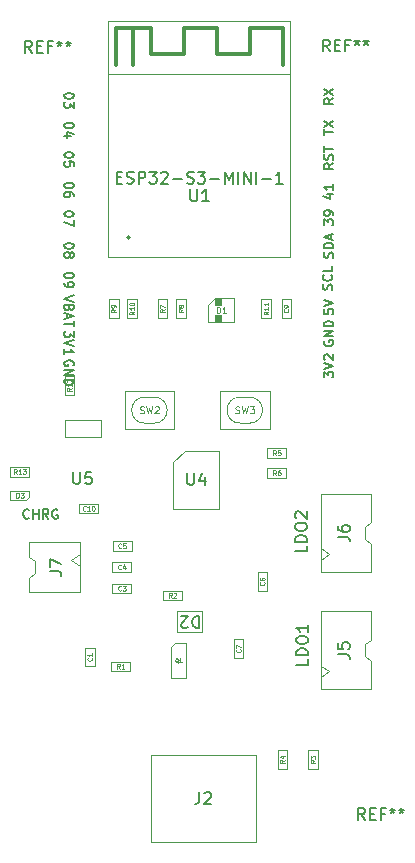
<source format=gbr>
%TF.GenerationSoftware,KiCad,Pcbnew,8.0.5-1.fc40*%
%TF.CreationDate,2024-10-05T09:08:48-05:00*%
%TF.ProjectId,PCB_ESP32,5043425f-4553-4503-9332-2e6b69636164,rev?*%
%TF.SameCoordinates,Original*%
%TF.FileFunction,AssemblyDrawing,Top*%
%FSLAX46Y46*%
G04 Gerber Fmt 4.6, Leading zero omitted, Abs format (unit mm)*
G04 Created by KiCad (PCBNEW 8.0.5-1.fc40) date 2024-10-05 09:08:48*
%MOMM*%
%LPD*%
G01*
G04 APERTURE LIST*
%ADD10C,0.200000*%
%ADD11C,0.150000*%
%ADD12C,0.060000*%
%ADD13C,0.075000*%
%ADD14C,0.090000*%
%ADD15C,0.050000*%
%ADD16C,0.100000*%
%ADD17C,0.300000*%
G04 APERTURE END LIST*
D10*
X141770209Y-98841101D02*
X141808304Y-98764911D01*
X141808304Y-98764911D02*
X141808304Y-98650625D01*
X141808304Y-98650625D02*
X141770209Y-98536339D01*
X141770209Y-98536339D02*
X141694019Y-98460149D01*
X141694019Y-98460149D02*
X141617828Y-98422054D01*
X141617828Y-98422054D02*
X141465447Y-98383958D01*
X141465447Y-98383958D02*
X141351161Y-98383958D01*
X141351161Y-98383958D02*
X141198780Y-98422054D01*
X141198780Y-98422054D02*
X141122590Y-98460149D01*
X141122590Y-98460149D02*
X141046400Y-98536339D01*
X141046400Y-98536339D02*
X141008304Y-98650625D01*
X141008304Y-98650625D02*
X141008304Y-98726816D01*
X141008304Y-98726816D02*
X141046400Y-98841101D01*
X141046400Y-98841101D02*
X141084495Y-98879197D01*
X141084495Y-98879197D02*
X141351161Y-98879197D01*
X141351161Y-98879197D02*
X141351161Y-98726816D01*
X141008304Y-99222054D02*
X141808304Y-99222054D01*
X141808304Y-99222054D02*
X141008304Y-99679197D01*
X141008304Y-99679197D02*
X141808304Y-99679197D01*
X141008304Y-100060149D02*
X141808304Y-100060149D01*
X141808304Y-100060149D02*
X141808304Y-100250625D01*
X141808304Y-100250625D02*
X141770209Y-100364911D01*
X141770209Y-100364911D02*
X141694019Y-100441101D01*
X141694019Y-100441101D02*
X141617828Y-100479196D01*
X141617828Y-100479196D02*
X141465447Y-100517292D01*
X141465447Y-100517292D02*
X141351161Y-100517292D01*
X141351161Y-100517292D02*
X141198780Y-100479196D01*
X141198780Y-100479196D02*
X141122590Y-100441101D01*
X141122590Y-100441101D02*
X141046400Y-100364911D01*
X141046400Y-100364911D02*
X141008304Y-100250625D01*
X141008304Y-100250625D02*
X141008304Y-100060149D01*
X162991695Y-99854136D02*
X162991695Y-99358898D01*
X162991695Y-99358898D02*
X163296457Y-99625564D01*
X163296457Y-99625564D02*
X163296457Y-99511279D01*
X163296457Y-99511279D02*
X163334552Y-99435088D01*
X163334552Y-99435088D02*
X163372647Y-99396993D01*
X163372647Y-99396993D02*
X163448838Y-99358898D01*
X163448838Y-99358898D02*
X163639314Y-99358898D01*
X163639314Y-99358898D02*
X163715504Y-99396993D01*
X163715504Y-99396993D02*
X163753600Y-99435088D01*
X163753600Y-99435088D02*
X163791695Y-99511279D01*
X163791695Y-99511279D02*
X163791695Y-99739850D01*
X163791695Y-99739850D02*
X163753600Y-99816041D01*
X163753600Y-99816041D02*
X163715504Y-99854136D01*
X162991695Y-99130326D02*
X163791695Y-98863659D01*
X163791695Y-98863659D02*
X162991695Y-98596993D01*
X163067885Y-98368422D02*
X163029790Y-98330326D01*
X163029790Y-98330326D02*
X162991695Y-98254136D01*
X162991695Y-98254136D02*
X162991695Y-98063660D01*
X162991695Y-98063660D02*
X163029790Y-97987469D01*
X163029790Y-97987469D02*
X163067885Y-97949374D01*
X163067885Y-97949374D02*
X163144076Y-97911279D01*
X163144076Y-97911279D02*
X163220266Y-97911279D01*
X163220266Y-97911279D02*
X163334552Y-97949374D01*
X163334552Y-97949374D02*
X163791695Y-98406517D01*
X163791695Y-98406517D02*
X163791695Y-97911279D01*
X163753600Y-89716041D02*
X163791695Y-89601755D01*
X163791695Y-89601755D02*
X163791695Y-89411279D01*
X163791695Y-89411279D02*
X163753600Y-89335088D01*
X163753600Y-89335088D02*
X163715504Y-89296993D01*
X163715504Y-89296993D02*
X163639314Y-89258898D01*
X163639314Y-89258898D02*
X163563123Y-89258898D01*
X163563123Y-89258898D02*
X163486933Y-89296993D01*
X163486933Y-89296993D02*
X163448838Y-89335088D01*
X163448838Y-89335088D02*
X163410742Y-89411279D01*
X163410742Y-89411279D02*
X163372647Y-89563660D01*
X163372647Y-89563660D02*
X163334552Y-89639850D01*
X163334552Y-89639850D02*
X163296457Y-89677945D01*
X163296457Y-89677945D02*
X163220266Y-89716041D01*
X163220266Y-89716041D02*
X163144076Y-89716041D01*
X163144076Y-89716041D02*
X163067885Y-89677945D01*
X163067885Y-89677945D02*
X163029790Y-89639850D01*
X163029790Y-89639850D02*
X162991695Y-89563660D01*
X162991695Y-89563660D02*
X162991695Y-89373183D01*
X162991695Y-89373183D02*
X163029790Y-89258898D01*
X163791695Y-88916040D02*
X162991695Y-88916040D01*
X162991695Y-88916040D02*
X162991695Y-88725564D01*
X162991695Y-88725564D02*
X163029790Y-88611278D01*
X163029790Y-88611278D02*
X163105980Y-88535088D01*
X163105980Y-88535088D02*
X163182171Y-88496993D01*
X163182171Y-88496993D02*
X163334552Y-88458897D01*
X163334552Y-88458897D02*
X163448838Y-88458897D01*
X163448838Y-88458897D02*
X163601219Y-88496993D01*
X163601219Y-88496993D02*
X163677409Y-88535088D01*
X163677409Y-88535088D02*
X163753600Y-88611278D01*
X163753600Y-88611278D02*
X163791695Y-88725564D01*
X163791695Y-88725564D02*
X163791695Y-88916040D01*
X163563123Y-88154136D02*
X163563123Y-87773183D01*
X163791695Y-88230326D02*
X162991695Y-87963659D01*
X162991695Y-87963659D02*
X163791695Y-87696993D01*
X163258361Y-84335088D02*
X163791695Y-84335088D01*
X162953600Y-84525564D02*
X163525028Y-84716041D01*
X163525028Y-84716041D02*
X163525028Y-84220802D01*
X163791695Y-83496993D02*
X163791695Y-83954136D01*
X163791695Y-83725564D02*
X162991695Y-83725564D01*
X162991695Y-83725564D02*
X163105980Y-83801755D01*
X163105980Y-83801755D02*
X163182171Y-83877945D01*
X163182171Y-83877945D02*
X163220266Y-83954136D01*
X163029790Y-96758898D02*
X162991695Y-96835088D01*
X162991695Y-96835088D02*
X162991695Y-96949374D01*
X162991695Y-96949374D02*
X163029790Y-97063660D01*
X163029790Y-97063660D02*
X163105980Y-97139850D01*
X163105980Y-97139850D02*
X163182171Y-97177945D01*
X163182171Y-97177945D02*
X163334552Y-97216041D01*
X163334552Y-97216041D02*
X163448838Y-97216041D01*
X163448838Y-97216041D02*
X163601219Y-97177945D01*
X163601219Y-97177945D02*
X163677409Y-97139850D01*
X163677409Y-97139850D02*
X163753600Y-97063660D01*
X163753600Y-97063660D02*
X163791695Y-96949374D01*
X163791695Y-96949374D02*
X163791695Y-96873183D01*
X163791695Y-96873183D02*
X163753600Y-96758898D01*
X163753600Y-96758898D02*
X163715504Y-96720802D01*
X163715504Y-96720802D02*
X163448838Y-96720802D01*
X163448838Y-96720802D02*
X163448838Y-96873183D01*
X163791695Y-96377945D02*
X162991695Y-96377945D01*
X162991695Y-96377945D02*
X163791695Y-95920802D01*
X163791695Y-95920802D02*
X162991695Y-95920802D01*
X163791695Y-95539850D02*
X162991695Y-95539850D01*
X162991695Y-95539850D02*
X162991695Y-95349374D01*
X162991695Y-95349374D02*
X163029790Y-95235088D01*
X163029790Y-95235088D02*
X163105980Y-95158898D01*
X163105980Y-95158898D02*
X163182171Y-95120803D01*
X163182171Y-95120803D02*
X163334552Y-95082707D01*
X163334552Y-95082707D02*
X163448838Y-95082707D01*
X163448838Y-95082707D02*
X163601219Y-95120803D01*
X163601219Y-95120803D02*
X163677409Y-95158898D01*
X163677409Y-95158898D02*
X163753600Y-95235088D01*
X163753600Y-95235088D02*
X163791695Y-95349374D01*
X163791695Y-95349374D02*
X163791695Y-95539850D01*
X162991695Y-94096993D02*
X162991695Y-94477945D01*
X162991695Y-94477945D02*
X163372647Y-94516041D01*
X163372647Y-94516041D02*
X163334552Y-94477945D01*
X163334552Y-94477945D02*
X163296457Y-94401755D01*
X163296457Y-94401755D02*
X163296457Y-94211279D01*
X163296457Y-94211279D02*
X163334552Y-94135088D01*
X163334552Y-94135088D02*
X163372647Y-94096993D01*
X163372647Y-94096993D02*
X163448838Y-94058898D01*
X163448838Y-94058898D02*
X163639314Y-94058898D01*
X163639314Y-94058898D02*
X163715504Y-94096993D01*
X163715504Y-94096993D02*
X163753600Y-94135088D01*
X163753600Y-94135088D02*
X163791695Y-94211279D01*
X163791695Y-94211279D02*
X163791695Y-94401755D01*
X163791695Y-94401755D02*
X163753600Y-94477945D01*
X163753600Y-94477945D02*
X163715504Y-94516041D01*
X162991695Y-93830326D02*
X163791695Y-93563659D01*
X163791695Y-93563659D02*
X162991695Y-93296993D01*
D11*
X161649819Y-123707030D02*
X161649819Y-124183220D01*
X161649819Y-124183220D02*
X160649819Y-124183220D01*
X161649819Y-123373696D02*
X160649819Y-123373696D01*
X160649819Y-123373696D02*
X160649819Y-123135601D01*
X160649819Y-123135601D02*
X160697438Y-122992744D01*
X160697438Y-122992744D02*
X160792676Y-122897506D01*
X160792676Y-122897506D02*
X160887914Y-122849887D01*
X160887914Y-122849887D02*
X161078390Y-122802268D01*
X161078390Y-122802268D02*
X161221247Y-122802268D01*
X161221247Y-122802268D02*
X161411723Y-122849887D01*
X161411723Y-122849887D02*
X161506961Y-122897506D01*
X161506961Y-122897506D02*
X161602200Y-122992744D01*
X161602200Y-122992744D02*
X161649819Y-123135601D01*
X161649819Y-123135601D02*
X161649819Y-123373696D01*
X160649819Y-122183220D02*
X160649819Y-121992744D01*
X160649819Y-121992744D02*
X160697438Y-121897506D01*
X160697438Y-121897506D02*
X160792676Y-121802268D01*
X160792676Y-121802268D02*
X160983152Y-121754649D01*
X160983152Y-121754649D02*
X161316485Y-121754649D01*
X161316485Y-121754649D02*
X161506961Y-121802268D01*
X161506961Y-121802268D02*
X161602200Y-121897506D01*
X161602200Y-121897506D02*
X161649819Y-121992744D01*
X161649819Y-121992744D02*
X161649819Y-122183220D01*
X161649819Y-122183220D02*
X161602200Y-122278458D01*
X161602200Y-122278458D02*
X161506961Y-122373696D01*
X161506961Y-122373696D02*
X161316485Y-122421315D01*
X161316485Y-122421315D02*
X160983152Y-122421315D01*
X160983152Y-122421315D02*
X160792676Y-122373696D01*
X160792676Y-122373696D02*
X160697438Y-122278458D01*
X160697438Y-122278458D02*
X160649819Y-122183220D01*
X161649819Y-120802268D02*
X161649819Y-121373696D01*
X161649819Y-121087982D02*
X160649819Y-121087982D01*
X160649819Y-121087982D02*
X160792676Y-121183220D01*
X160792676Y-121183220D02*
X160887914Y-121278458D01*
X160887914Y-121278458D02*
X160935533Y-121373696D01*
D10*
X141808304Y-80974435D02*
X141808304Y-81050625D01*
X141808304Y-81050625D02*
X141770209Y-81126816D01*
X141770209Y-81126816D02*
X141732114Y-81164911D01*
X141732114Y-81164911D02*
X141655923Y-81203006D01*
X141655923Y-81203006D02*
X141503542Y-81241101D01*
X141503542Y-81241101D02*
X141313066Y-81241101D01*
X141313066Y-81241101D02*
X141160685Y-81203006D01*
X141160685Y-81203006D02*
X141084495Y-81164911D01*
X141084495Y-81164911D02*
X141046400Y-81126816D01*
X141046400Y-81126816D02*
X141008304Y-81050625D01*
X141008304Y-81050625D02*
X141008304Y-80974435D01*
X141008304Y-80974435D02*
X141046400Y-80898244D01*
X141046400Y-80898244D02*
X141084495Y-80860149D01*
X141084495Y-80860149D02*
X141160685Y-80822054D01*
X141160685Y-80822054D02*
X141313066Y-80783958D01*
X141313066Y-80783958D02*
X141503542Y-80783958D01*
X141503542Y-80783958D02*
X141655923Y-80822054D01*
X141655923Y-80822054D02*
X141732114Y-80860149D01*
X141732114Y-80860149D02*
X141770209Y-80898244D01*
X141770209Y-80898244D02*
X141808304Y-80974435D01*
X141808304Y-81964911D02*
X141808304Y-81583959D01*
X141808304Y-81583959D02*
X141427352Y-81545863D01*
X141427352Y-81545863D02*
X141465447Y-81583959D01*
X141465447Y-81583959D02*
X141503542Y-81660149D01*
X141503542Y-81660149D02*
X141503542Y-81850625D01*
X141503542Y-81850625D02*
X141465447Y-81926816D01*
X141465447Y-81926816D02*
X141427352Y-81964911D01*
X141427352Y-81964911D02*
X141351161Y-82003006D01*
X141351161Y-82003006D02*
X141160685Y-82003006D01*
X141160685Y-82003006D02*
X141084495Y-81964911D01*
X141084495Y-81964911D02*
X141046400Y-81926816D01*
X141046400Y-81926816D02*
X141008304Y-81850625D01*
X141008304Y-81850625D02*
X141008304Y-81660149D01*
X141008304Y-81660149D02*
X141046400Y-81583959D01*
X141046400Y-81583959D02*
X141084495Y-81545863D01*
X141808304Y-92907768D02*
X141008304Y-93174435D01*
X141008304Y-93174435D02*
X141808304Y-93441101D01*
X141427352Y-93974434D02*
X141389257Y-94088720D01*
X141389257Y-94088720D02*
X141351161Y-94126815D01*
X141351161Y-94126815D02*
X141274971Y-94164911D01*
X141274971Y-94164911D02*
X141160685Y-94164911D01*
X141160685Y-94164911D02*
X141084495Y-94126815D01*
X141084495Y-94126815D02*
X141046400Y-94088720D01*
X141046400Y-94088720D02*
X141008304Y-94012530D01*
X141008304Y-94012530D02*
X141008304Y-93707768D01*
X141008304Y-93707768D02*
X141808304Y-93707768D01*
X141808304Y-93707768D02*
X141808304Y-93974434D01*
X141808304Y-93974434D02*
X141770209Y-94050625D01*
X141770209Y-94050625D02*
X141732114Y-94088720D01*
X141732114Y-94088720D02*
X141655923Y-94126815D01*
X141655923Y-94126815D02*
X141579733Y-94126815D01*
X141579733Y-94126815D02*
X141503542Y-94088720D01*
X141503542Y-94088720D02*
X141465447Y-94050625D01*
X141465447Y-94050625D02*
X141427352Y-93974434D01*
X141427352Y-93974434D02*
X141427352Y-93707768D01*
X141236876Y-94469672D02*
X141236876Y-94850625D01*
X141008304Y-94393482D02*
X141808304Y-94660149D01*
X141808304Y-94660149D02*
X141008304Y-94926815D01*
X141808304Y-95079196D02*
X141808304Y-95536339D01*
X141008304Y-95307767D02*
X141808304Y-95307767D01*
X163791695Y-76220802D02*
X163410742Y-76487469D01*
X163791695Y-76677945D02*
X162991695Y-76677945D01*
X162991695Y-76677945D02*
X162991695Y-76373183D01*
X162991695Y-76373183D02*
X163029790Y-76296993D01*
X163029790Y-76296993D02*
X163067885Y-76258898D01*
X163067885Y-76258898D02*
X163144076Y-76220802D01*
X163144076Y-76220802D02*
X163258361Y-76220802D01*
X163258361Y-76220802D02*
X163334552Y-76258898D01*
X163334552Y-76258898D02*
X163372647Y-76296993D01*
X163372647Y-76296993D02*
X163410742Y-76373183D01*
X163410742Y-76373183D02*
X163410742Y-76677945D01*
X162991695Y-75954136D02*
X163791695Y-75420802D01*
X162991695Y-75420802D02*
X163791695Y-75954136D01*
X141808304Y-85974435D02*
X141808304Y-86050625D01*
X141808304Y-86050625D02*
X141770209Y-86126816D01*
X141770209Y-86126816D02*
X141732114Y-86164911D01*
X141732114Y-86164911D02*
X141655923Y-86203006D01*
X141655923Y-86203006D02*
X141503542Y-86241101D01*
X141503542Y-86241101D02*
X141313066Y-86241101D01*
X141313066Y-86241101D02*
X141160685Y-86203006D01*
X141160685Y-86203006D02*
X141084495Y-86164911D01*
X141084495Y-86164911D02*
X141046400Y-86126816D01*
X141046400Y-86126816D02*
X141008304Y-86050625D01*
X141008304Y-86050625D02*
X141008304Y-85974435D01*
X141008304Y-85974435D02*
X141046400Y-85898244D01*
X141046400Y-85898244D02*
X141084495Y-85860149D01*
X141084495Y-85860149D02*
X141160685Y-85822054D01*
X141160685Y-85822054D02*
X141313066Y-85783958D01*
X141313066Y-85783958D02*
X141503542Y-85783958D01*
X141503542Y-85783958D02*
X141655923Y-85822054D01*
X141655923Y-85822054D02*
X141732114Y-85860149D01*
X141732114Y-85860149D02*
X141770209Y-85898244D01*
X141770209Y-85898244D02*
X141808304Y-85974435D01*
X141808304Y-86507768D02*
X141808304Y-87041102D01*
X141808304Y-87041102D02*
X141008304Y-86698244D01*
D11*
X138026303Y-111738104D02*
X137988207Y-111776200D01*
X137988207Y-111776200D02*
X137873922Y-111814295D01*
X137873922Y-111814295D02*
X137797731Y-111814295D01*
X137797731Y-111814295D02*
X137683445Y-111776200D01*
X137683445Y-111776200D02*
X137607255Y-111700009D01*
X137607255Y-111700009D02*
X137569160Y-111623819D01*
X137569160Y-111623819D02*
X137531064Y-111471438D01*
X137531064Y-111471438D02*
X137531064Y-111357152D01*
X137531064Y-111357152D02*
X137569160Y-111204771D01*
X137569160Y-111204771D02*
X137607255Y-111128580D01*
X137607255Y-111128580D02*
X137683445Y-111052390D01*
X137683445Y-111052390D02*
X137797731Y-111014295D01*
X137797731Y-111014295D02*
X137873922Y-111014295D01*
X137873922Y-111014295D02*
X137988207Y-111052390D01*
X137988207Y-111052390D02*
X138026303Y-111090485D01*
X138369160Y-111814295D02*
X138369160Y-111014295D01*
X138369160Y-111395247D02*
X138826303Y-111395247D01*
X138826303Y-111814295D02*
X138826303Y-111014295D01*
X139664398Y-111814295D02*
X139397731Y-111433342D01*
X139207255Y-111814295D02*
X139207255Y-111014295D01*
X139207255Y-111014295D02*
X139512017Y-111014295D01*
X139512017Y-111014295D02*
X139588207Y-111052390D01*
X139588207Y-111052390D02*
X139626302Y-111090485D01*
X139626302Y-111090485D02*
X139664398Y-111166676D01*
X139664398Y-111166676D02*
X139664398Y-111280961D01*
X139664398Y-111280961D02*
X139626302Y-111357152D01*
X139626302Y-111357152D02*
X139588207Y-111395247D01*
X139588207Y-111395247D02*
X139512017Y-111433342D01*
X139512017Y-111433342D02*
X139207255Y-111433342D01*
X140426302Y-111052390D02*
X140350112Y-111014295D01*
X140350112Y-111014295D02*
X140235826Y-111014295D01*
X140235826Y-111014295D02*
X140121540Y-111052390D01*
X140121540Y-111052390D02*
X140045350Y-111128580D01*
X140045350Y-111128580D02*
X140007255Y-111204771D01*
X140007255Y-111204771D02*
X139969159Y-111357152D01*
X139969159Y-111357152D02*
X139969159Y-111471438D01*
X139969159Y-111471438D02*
X140007255Y-111623819D01*
X140007255Y-111623819D02*
X140045350Y-111700009D01*
X140045350Y-111700009D02*
X140121540Y-111776200D01*
X140121540Y-111776200D02*
X140235826Y-111814295D01*
X140235826Y-111814295D02*
X140312017Y-111814295D01*
X140312017Y-111814295D02*
X140426302Y-111776200D01*
X140426302Y-111776200D02*
X140464398Y-111738104D01*
X140464398Y-111738104D02*
X140464398Y-111471438D01*
X140464398Y-111471438D02*
X140312017Y-111471438D01*
D10*
X141808304Y-95945863D02*
X141808304Y-96441101D01*
X141808304Y-96441101D02*
X141503542Y-96174435D01*
X141503542Y-96174435D02*
X141503542Y-96288720D01*
X141503542Y-96288720D02*
X141465447Y-96364911D01*
X141465447Y-96364911D02*
X141427352Y-96403006D01*
X141427352Y-96403006D02*
X141351161Y-96441101D01*
X141351161Y-96441101D02*
X141160685Y-96441101D01*
X141160685Y-96441101D02*
X141084495Y-96403006D01*
X141084495Y-96403006D02*
X141046400Y-96364911D01*
X141046400Y-96364911D02*
X141008304Y-96288720D01*
X141008304Y-96288720D02*
X141008304Y-96060149D01*
X141008304Y-96060149D02*
X141046400Y-95983958D01*
X141046400Y-95983958D02*
X141084495Y-95945863D01*
X141808304Y-96669673D02*
X141008304Y-96936340D01*
X141008304Y-96936340D02*
X141808304Y-97203006D01*
X141008304Y-97888720D02*
X141008304Y-97431577D01*
X141008304Y-97660149D02*
X141808304Y-97660149D01*
X141808304Y-97660149D02*
X141694019Y-97583958D01*
X141694019Y-97583958D02*
X141617828Y-97507768D01*
X141617828Y-97507768D02*
X141579733Y-97431577D01*
D11*
X161549819Y-114107030D02*
X161549819Y-114583220D01*
X161549819Y-114583220D02*
X160549819Y-114583220D01*
X161549819Y-113773696D02*
X160549819Y-113773696D01*
X160549819Y-113773696D02*
X160549819Y-113535601D01*
X160549819Y-113535601D02*
X160597438Y-113392744D01*
X160597438Y-113392744D02*
X160692676Y-113297506D01*
X160692676Y-113297506D02*
X160787914Y-113249887D01*
X160787914Y-113249887D02*
X160978390Y-113202268D01*
X160978390Y-113202268D02*
X161121247Y-113202268D01*
X161121247Y-113202268D02*
X161311723Y-113249887D01*
X161311723Y-113249887D02*
X161406961Y-113297506D01*
X161406961Y-113297506D02*
X161502200Y-113392744D01*
X161502200Y-113392744D02*
X161549819Y-113535601D01*
X161549819Y-113535601D02*
X161549819Y-113773696D01*
X160549819Y-112583220D02*
X160549819Y-112392744D01*
X160549819Y-112392744D02*
X160597438Y-112297506D01*
X160597438Y-112297506D02*
X160692676Y-112202268D01*
X160692676Y-112202268D02*
X160883152Y-112154649D01*
X160883152Y-112154649D02*
X161216485Y-112154649D01*
X161216485Y-112154649D02*
X161406961Y-112202268D01*
X161406961Y-112202268D02*
X161502200Y-112297506D01*
X161502200Y-112297506D02*
X161549819Y-112392744D01*
X161549819Y-112392744D02*
X161549819Y-112583220D01*
X161549819Y-112583220D02*
X161502200Y-112678458D01*
X161502200Y-112678458D02*
X161406961Y-112773696D01*
X161406961Y-112773696D02*
X161216485Y-112821315D01*
X161216485Y-112821315D02*
X160883152Y-112821315D01*
X160883152Y-112821315D02*
X160692676Y-112773696D01*
X160692676Y-112773696D02*
X160597438Y-112678458D01*
X160597438Y-112678458D02*
X160549819Y-112583220D01*
X160645057Y-111773696D02*
X160597438Y-111726077D01*
X160597438Y-111726077D02*
X160549819Y-111630839D01*
X160549819Y-111630839D02*
X160549819Y-111392744D01*
X160549819Y-111392744D02*
X160597438Y-111297506D01*
X160597438Y-111297506D02*
X160645057Y-111249887D01*
X160645057Y-111249887D02*
X160740295Y-111202268D01*
X160740295Y-111202268D02*
X160835533Y-111202268D01*
X160835533Y-111202268D02*
X160978390Y-111249887D01*
X160978390Y-111249887D02*
X161549819Y-111821315D01*
X161549819Y-111821315D02*
X161549819Y-111202268D01*
D10*
X162991695Y-79292231D02*
X162991695Y-78835088D01*
X163791695Y-79063660D02*
X162991695Y-79063660D01*
X162991695Y-78644612D02*
X163791695Y-78111278D01*
X162991695Y-78111278D02*
X163791695Y-78644612D01*
X141808304Y-75974435D02*
X141808304Y-76050625D01*
X141808304Y-76050625D02*
X141770209Y-76126816D01*
X141770209Y-76126816D02*
X141732114Y-76164911D01*
X141732114Y-76164911D02*
X141655923Y-76203006D01*
X141655923Y-76203006D02*
X141503542Y-76241101D01*
X141503542Y-76241101D02*
X141313066Y-76241101D01*
X141313066Y-76241101D02*
X141160685Y-76203006D01*
X141160685Y-76203006D02*
X141084495Y-76164911D01*
X141084495Y-76164911D02*
X141046400Y-76126816D01*
X141046400Y-76126816D02*
X141008304Y-76050625D01*
X141008304Y-76050625D02*
X141008304Y-75974435D01*
X141008304Y-75974435D02*
X141046400Y-75898244D01*
X141046400Y-75898244D02*
X141084495Y-75860149D01*
X141084495Y-75860149D02*
X141160685Y-75822054D01*
X141160685Y-75822054D02*
X141313066Y-75783958D01*
X141313066Y-75783958D02*
X141503542Y-75783958D01*
X141503542Y-75783958D02*
X141655923Y-75822054D01*
X141655923Y-75822054D02*
X141732114Y-75860149D01*
X141732114Y-75860149D02*
X141770209Y-75898244D01*
X141770209Y-75898244D02*
X141808304Y-75974435D01*
X141808304Y-76507768D02*
X141808304Y-77003006D01*
X141808304Y-77003006D02*
X141503542Y-76736340D01*
X141503542Y-76736340D02*
X141503542Y-76850625D01*
X141503542Y-76850625D02*
X141465447Y-76926816D01*
X141465447Y-76926816D02*
X141427352Y-76964911D01*
X141427352Y-76964911D02*
X141351161Y-77003006D01*
X141351161Y-77003006D02*
X141160685Y-77003006D01*
X141160685Y-77003006D02*
X141084495Y-76964911D01*
X141084495Y-76964911D02*
X141046400Y-76926816D01*
X141046400Y-76926816D02*
X141008304Y-76850625D01*
X141008304Y-76850625D02*
X141008304Y-76622054D01*
X141008304Y-76622054D02*
X141046400Y-76545863D01*
X141046400Y-76545863D02*
X141084495Y-76507768D01*
X163653600Y-92416041D02*
X163691695Y-92301755D01*
X163691695Y-92301755D02*
X163691695Y-92111279D01*
X163691695Y-92111279D02*
X163653600Y-92035088D01*
X163653600Y-92035088D02*
X163615504Y-91996993D01*
X163615504Y-91996993D02*
X163539314Y-91958898D01*
X163539314Y-91958898D02*
X163463123Y-91958898D01*
X163463123Y-91958898D02*
X163386933Y-91996993D01*
X163386933Y-91996993D02*
X163348838Y-92035088D01*
X163348838Y-92035088D02*
X163310742Y-92111279D01*
X163310742Y-92111279D02*
X163272647Y-92263660D01*
X163272647Y-92263660D02*
X163234552Y-92339850D01*
X163234552Y-92339850D02*
X163196457Y-92377945D01*
X163196457Y-92377945D02*
X163120266Y-92416041D01*
X163120266Y-92416041D02*
X163044076Y-92416041D01*
X163044076Y-92416041D02*
X162967885Y-92377945D01*
X162967885Y-92377945D02*
X162929790Y-92339850D01*
X162929790Y-92339850D02*
X162891695Y-92263660D01*
X162891695Y-92263660D02*
X162891695Y-92073183D01*
X162891695Y-92073183D02*
X162929790Y-91958898D01*
X163615504Y-91158897D02*
X163653600Y-91196993D01*
X163653600Y-91196993D02*
X163691695Y-91311278D01*
X163691695Y-91311278D02*
X163691695Y-91387469D01*
X163691695Y-91387469D02*
X163653600Y-91501755D01*
X163653600Y-91501755D02*
X163577409Y-91577945D01*
X163577409Y-91577945D02*
X163501219Y-91616040D01*
X163501219Y-91616040D02*
X163348838Y-91654136D01*
X163348838Y-91654136D02*
X163234552Y-91654136D01*
X163234552Y-91654136D02*
X163082171Y-91616040D01*
X163082171Y-91616040D02*
X163005980Y-91577945D01*
X163005980Y-91577945D02*
X162929790Y-91501755D01*
X162929790Y-91501755D02*
X162891695Y-91387469D01*
X162891695Y-91387469D02*
X162891695Y-91311278D01*
X162891695Y-91311278D02*
X162929790Y-91196993D01*
X162929790Y-91196993D02*
X162967885Y-91158897D01*
X163691695Y-90435088D02*
X163691695Y-90816040D01*
X163691695Y-90816040D02*
X162891695Y-90816040D01*
X141808304Y-83574435D02*
X141808304Y-83650625D01*
X141808304Y-83650625D02*
X141770209Y-83726816D01*
X141770209Y-83726816D02*
X141732114Y-83764911D01*
X141732114Y-83764911D02*
X141655923Y-83803006D01*
X141655923Y-83803006D02*
X141503542Y-83841101D01*
X141503542Y-83841101D02*
X141313066Y-83841101D01*
X141313066Y-83841101D02*
X141160685Y-83803006D01*
X141160685Y-83803006D02*
X141084495Y-83764911D01*
X141084495Y-83764911D02*
X141046400Y-83726816D01*
X141046400Y-83726816D02*
X141008304Y-83650625D01*
X141008304Y-83650625D02*
X141008304Y-83574435D01*
X141008304Y-83574435D02*
X141046400Y-83498244D01*
X141046400Y-83498244D02*
X141084495Y-83460149D01*
X141084495Y-83460149D02*
X141160685Y-83422054D01*
X141160685Y-83422054D02*
X141313066Y-83383958D01*
X141313066Y-83383958D02*
X141503542Y-83383958D01*
X141503542Y-83383958D02*
X141655923Y-83422054D01*
X141655923Y-83422054D02*
X141732114Y-83460149D01*
X141732114Y-83460149D02*
X141770209Y-83498244D01*
X141770209Y-83498244D02*
X141808304Y-83574435D01*
X141808304Y-84526816D02*
X141808304Y-84374435D01*
X141808304Y-84374435D02*
X141770209Y-84298244D01*
X141770209Y-84298244D02*
X141732114Y-84260149D01*
X141732114Y-84260149D02*
X141617828Y-84183959D01*
X141617828Y-84183959D02*
X141465447Y-84145863D01*
X141465447Y-84145863D02*
X141160685Y-84145863D01*
X141160685Y-84145863D02*
X141084495Y-84183959D01*
X141084495Y-84183959D02*
X141046400Y-84222054D01*
X141046400Y-84222054D02*
X141008304Y-84298244D01*
X141008304Y-84298244D02*
X141008304Y-84450625D01*
X141008304Y-84450625D02*
X141046400Y-84526816D01*
X141046400Y-84526816D02*
X141084495Y-84564911D01*
X141084495Y-84564911D02*
X141160685Y-84603006D01*
X141160685Y-84603006D02*
X141351161Y-84603006D01*
X141351161Y-84603006D02*
X141427352Y-84564911D01*
X141427352Y-84564911D02*
X141465447Y-84526816D01*
X141465447Y-84526816D02*
X141503542Y-84450625D01*
X141503542Y-84450625D02*
X141503542Y-84298244D01*
X141503542Y-84298244D02*
X141465447Y-84222054D01*
X141465447Y-84222054D02*
X141427352Y-84183959D01*
X141427352Y-84183959D02*
X141351161Y-84145863D01*
X163791695Y-81720802D02*
X163410742Y-81987469D01*
X163791695Y-82177945D02*
X162991695Y-82177945D01*
X162991695Y-82177945D02*
X162991695Y-81873183D01*
X162991695Y-81873183D02*
X163029790Y-81796993D01*
X163029790Y-81796993D02*
X163067885Y-81758898D01*
X163067885Y-81758898D02*
X163144076Y-81720802D01*
X163144076Y-81720802D02*
X163258361Y-81720802D01*
X163258361Y-81720802D02*
X163334552Y-81758898D01*
X163334552Y-81758898D02*
X163372647Y-81796993D01*
X163372647Y-81796993D02*
X163410742Y-81873183D01*
X163410742Y-81873183D02*
X163410742Y-82177945D01*
X163753600Y-81416041D02*
X163791695Y-81301755D01*
X163791695Y-81301755D02*
X163791695Y-81111279D01*
X163791695Y-81111279D02*
X163753600Y-81035088D01*
X163753600Y-81035088D02*
X163715504Y-80996993D01*
X163715504Y-80996993D02*
X163639314Y-80958898D01*
X163639314Y-80958898D02*
X163563123Y-80958898D01*
X163563123Y-80958898D02*
X163486933Y-80996993D01*
X163486933Y-80996993D02*
X163448838Y-81035088D01*
X163448838Y-81035088D02*
X163410742Y-81111279D01*
X163410742Y-81111279D02*
X163372647Y-81263660D01*
X163372647Y-81263660D02*
X163334552Y-81339850D01*
X163334552Y-81339850D02*
X163296457Y-81377945D01*
X163296457Y-81377945D02*
X163220266Y-81416041D01*
X163220266Y-81416041D02*
X163144076Y-81416041D01*
X163144076Y-81416041D02*
X163067885Y-81377945D01*
X163067885Y-81377945D02*
X163029790Y-81339850D01*
X163029790Y-81339850D02*
X162991695Y-81263660D01*
X162991695Y-81263660D02*
X162991695Y-81073183D01*
X162991695Y-81073183D02*
X163029790Y-80958898D01*
X162991695Y-80730326D02*
X162991695Y-80273183D01*
X163791695Y-80501755D02*
X162991695Y-80501755D01*
X141808304Y-88674435D02*
X141808304Y-88750625D01*
X141808304Y-88750625D02*
X141770209Y-88826816D01*
X141770209Y-88826816D02*
X141732114Y-88864911D01*
X141732114Y-88864911D02*
X141655923Y-88903006D01*
X141655923Y-88903006D02*
X141503542Y-88941101D01*
X141503542Y-88941101D02*
X141313066Y-88941101D01*
X141313066Y-88941101D02*
X141160685Y-88903006D01*
X141160685Y-88903006D02*
X141084495Y-88864911D01*
X141084495Y-88864911D02*
X141046400Y-88826816D01*
X141046400Y-88826816D02*
X141008304Y-88750625D01*
X141008304Y-88750625D02*
X141008304Y-88674435D01*
X141008304Y-88674435D02*
X141046400Y-88598244D01*
X141046400Y-88598244D02*
X141084495Y-88560149D01*
X141084495Y-88560149D02*
X141160685Y-88522054D01*
X141160685Y-88522054D02*
X141313066Y-88483958D01*
X141313066Y-88483958D02*
X141503542Y-88483958D01*
X141503542Y-88483958D02*
X141655923Y-88522054D01*
X141655923Y-88522054D02*
X141732114Y-88560149D01*
X141732114Y-88560149D02*
X141770209Y-88598244D01*
X141770209Y-88598244D02*
X141808304Y-88674435D01*
X141465447Y-89398244D02*
X141503542Y-89322054D01*
X141503542Y-89322054D02*
X141541638Y-89283959D01*
X141541638Y-89283959D02*
X141617828Y-89245863D01*
X141617828Y-89245863D02*
X141655923Y-89245863D01*
X141655923Y-89245863D02*
X141732114Y-89283959D01*
X141732114Y-89283959D02*
X141770209Y-89322054D01*
X141770209Y-89322054D02*
X141808304Y-89398244D01*
X141808304Y-89398244D02*
X141808304Y-89550625D01*
X141808304Y-89550625D02*
X141770209Y-89626816D01*
X141770209Y-89626816D02*
X141732114Y-89664911D01*
X141732114Y-89664911D02*
X141655923Y-89703006D01*
X141655923Y-89703006D02*
X141617828Y-89703006D01*
X141617828Y-89703006D02*
X141541638Y-89664911D01*
X141541638Y-89664911D02*
X141503542Y-89626816D01*
X141503542Y-89626816D02*
X141465447Y-89550625D01*
X141465447Y-89550625D02*
X141465447Y-89398244D01*
X141465447Y-89398244D02*
X141427352Y-89322054D01*
X141427352Y-89322054D02*
X141389257Y-89283959D01*
X141389257Y-89283959D02*
X141313066Y-89245863D01*
X141313066Y-89245863D02*
X141160685Y-89245863D01*
X141160685Y-89245863D02*
X141084495Y-89283959D01*
X141084495Y-89283959D02*
X141046400Y-89322054D01*
X141046400Y-89322054D02*
X141008304Y-89398244D01*
X141008304Y-89398244D02*
X141008304Y-89550625D01*
X141008304Y-89550625D02*
X141046400Y-89626816D01*
X141046400Y-89626816D02*
X141084495Y-89664911D01*
X141084495Y-89664911D02*
X141160685Y-89703006D01*
X141160685Y-89703006D02*
X141313066Y-89703006D01*
X141313066Y-89703006D02*
X141389257Y-89664911D01*
X141389257Y-89664911D02*
X141427352Y-89626816D01*
X141427352Y-89626816D02*
X141465447Y-89550625D01*
X141808304Y-91174435D02*
X141808304Y-91250625D01*
X141808304Y-91250625D02*
X141770209Y-91326816D01*
X141770209Y-91326816D02*
X141732114Y-91364911D01*
X141732114Y-91364911D02*
X141655923Y-91403006D01*
X141655923Y-91403006D02*
X141503542Y-91441101D01*
X141503542Y-91441101D02*
X141313066Y-91441101D01*
X141313066Y-91441101D02*
X141160685Y-91403006D01*
X141160685Y-91403006D02*
X141084495Y-91364911D01*
X141084495Y-91364911D02*
X141046400Y-91326816D01*
X141046400Y-91326816D02*
X141008304Y-91250625D01*
X141008304Y-91250625D02*
X141008304Y-91174435D01*
X141008304Y-91174435D02*
X141046400Y-91098244D01*
X141046400Y-91098244D02*
X141084495Y-91060149D01*
X141084495Y-91060149D02*
X141160685Y-91022054D01*
X141160685Y-91022054D02*
X141313066Y-90983958D01*
X141313066Y-90983958D02*
X141503542Y-90983958D01*
X141503542Y-90983958D02*
X141655923Y-91022054D01*
X141655923Y-91022054D02*
X141732114Y-91060149D01*
X141732114Y-91060149D02*
X141770209Y-91098244D01*
X141770209Y-91098244D02*
X141808304Y-91174435D01*
X141008304Y-91822054D02*
X141008304Y-91974435D01*
X141008304Y-91974435D02*
X141046400Y-92050625D01*
X141046400Y-92050625D02*
X141084495Y-92088721D01*
X141084495Y-92088721D02*
X141198780Y-92164911D01*
X141198780Y-92164911D02*
X141351161Y-92203006D01*
X141351161Y-92203006D02*
X141655923Y-92203006D01*
X141655923Y-92203006D02*
X141732114Y-92164911D01*
X141732114Y-92164911D02*
X141770209Y-92126816D01*
X141770209Y-92126816D02*
X141808304Y-92050625D01*
X141808304Y-92050625D02*
X141808304Y-91898244D01*
X141808304Y-91898244D02*
X141770209Y-91822054D01*
X141770209Y-91822054D02*
X141732114Y-91783959D01*
X141732114Y-91783959D02*
X141655923Y-91745863D01*
X141655923Y-91745863D02*
X141465447Y-91745863D01*
X141465447Y-91745863D02*
X141389257Y-91783959D01*
X141389257Y-91783959D02*
X141351161Y-91822054D01*
X141351161Y-91822054D02*
X141313066Y-91898244D01*
X141313066Y-91898244D02*
X141313066Y-92050625D01*
X141313066Y-92050625D02*
X141351161Y-92126816D01*
X141351161Y-92126816D02*
X141389257Y-92164911D01*
X141389257Y-92164911D02*
X141465447Y-92203006D01*
X141808304Y-78474435D02*
X141808304Y-78550625D01*
X141808304Y-78550625D02*
X141770209Y-78626816D01*
X141770209Y-78626816D02*
X141732114Y-78664911D01*
X141732114Y-78664911D02*
X141655923Y-78703006D01*
X141655923Y-78703006D02*
X141503542Y-78741101D01*
X141503542Y-78741101D02*
X141313066Y-78741101D01*
X141313066Y-78741101D02*
X141160685Y-78703006D01*
X141160685Y-78703006D02*
X141084495Y-78664911D01*
X141084495Y-78664911D02*
X141046400Y-78626816D01*
X141046400Y-78626816D02*
X141008304Y-78550625D01*
X141008304Y-78550625D02*
X141008304Y-78474435D01*
X141008304Y-78474435D02*
X141046400Y-78398244D01*
X141046400Y-78398244D02*
X141084495Y-78360149D01*
X141084495Y-78360149D02*
X141160685Y-78322054D01*
X141160685Y-78322054D02*
X141313066Y-78283958D01*
X141313066Y-78283958D02*
X141503542Y-78283958D01*
X141503542Y-78283958D02*
X141655923Y-78322054D01*
X141655923Y-78322054D02*
X141732114Y-78360149D01*
X141732114Y-78360149D02*
X141770209Y-78398244D01*
X141770209Y-78398244D02*
X141808304Y-78474435D01*
X141541638Y-79426816D02*
X141008304Y-79426816D01*
X141846400Y-79236340D02*
X141274971Y-79045863D01*
X141274971Y-79045863D02*
X141274971Y-79541102D01*
X162991695Y-86954136D02*
X162991695Y-86458898D01*
X162991695Y-86458898D02*
X163296457Y-86725564D01*
X163296457Y-86725564D02*
X163296457Y-86611279D01*
X163296457Y-86611279D02*
X163334552Y-86535088D01*
X163334552Y-86535088D02*
X163372647Y-86496993D01*
X163372647Y-86496993D02*
X163448838Y-86458898D01*
X163448838Y-86458898D02*
X163639314Y-86458898D01*
X163639314Y-86458898D02*
X163715504Y-86496993D01*
X163715504Y-86496993D02*
X163753600Y-86535088D01*
X163753600Y-86535088D02*
X163791695Y-86611279D01*
X163791695Y-86611279D02*
X163791695Y-86839850D01*
X163791695Y-86839850D02*
X163753600Y-86916041D01*
X163753600Y-86916041D02*
X163715504Y-86954136D01*
X163791695Y-86077945D02*
X163791695Y-85925564D01*
X163791695Y-85925564D02*
X163753600Y-85849374D01*
X163753600Y-85849374D02*
X163715504Y-85811278D01*
X163715504Y-85811278D02*
X163601219Y-85735088D01*
X163601219Y-85735088D02*
X163448838Y-85696993D01*
X163448838Y-85696993D02*
X163144076Y-85696993D01*
X163144076Y-85696993D02*
X163067885Y-85735088D01*
X163067885Y-85735088D02*
X163029790Y-85773183D01*
X163029790Y-85773183D02*
X162991695Y-85849374D01*
X162991695Y-85849374D02*
X162991695Y-86001755D01*
X162991695Y-86001755D02*
X163029790Y-86077945D01*
X163029790Y-86077945D02*
X163067885Y-86116040D01*
X163067885Y-86116040D02*
X163144076Y-86154136D01*
X163144076Y-86154136D02*
X163334552Y-86154136D01*
X163334552Y-86154136D02*
X163410742Y-86116040D01*
X163410742Y-86116040D02*
X163448838Y-86077945D01*
X163448838Y-86077945D02*
X163486933Y-86001755D01*
X163486933Y-86001755D02*
X163486933Y-85849374D01*
X163486933Y-85849374D02*
X163448838Y-85773183D01*
X163448838Y-85773183D02*
X163410742Y-85735088D01*
X163410742Y-85735088D02*
X163334552Y-85696993D01*
D12*
X146921927Y-94282142D02*
X146731451Y-94415475D01*
X146921927Y-94510713D02*
X146521927Y-94510713D01*
X146521927Y-94510713D02*
X146521927Y-94358332D01*
X146521927Y-94358332D02*
X146540975Y-94320237D01*
X146540975Y-94320237D02*
X146560022Y-94301190D01*
X146560022Y-94301190D02*
X146598118Y-94282142D01*
X146598118Y-94282142D02*
X146655260Y-94282142D01*
X146655260Y-94282142D02*
X146693356Y-94301190D01*
X146693356Y-94301190D02*
X146712403Y-94320237D01*
X146712403Y-94320237D02*
X146731451Y-94358332D01*
X146731451Y-94358332D02*
X146731451Y-94510713D01*
X146921927Y-93901190D02*
X146921927Y-94129761D01*
X146921927Y-94015475D02*
X146521927Y-94015475D01*
X146521927Y-94015475D02*
X146579070Y-94053571D01*
X146579070Y-94053571D02*
X146617165Y-94091666D01*
X146617165Y-94091666D02*
X146636213Y-94129761D01*
X146521927Y-93653571D02*
X146521927Y-93615476D01*
X146521927Y-93615476D02*
X146540975Y-93577380D01*
X146540975Y-93577380D02*
X146560022Y-93558333D01*
X146560022Y-93558333D02*
X146598118Y-93539285D01*
X146598118Y-93539285D02*
X146674308Y-93520238D01*
X146674308Y-93520238D02*
X146769546Y-93520238D01*
X146769546Y-93520238D02*
X146845737Y-93539285D01*
X146845737Y-93539285D02*
X146883832Y-93558333D01*
X146883832Y-93558333D02*
X146902880Y-93577380D01*
X146902880Y-93577380D02*
X146921927Y-93615476D01*
X146921927Y-93615476D02*
X146921927Y-93653571D01*
X146921927Y-93653571D02*
X146902880Y-93691666D01*
X146902880Y-93691666D02*
X146883832Y-93710714D01*
X146883832Y-93710714D02*
X146845737Y-93729761D01*
X146845737Y-93729761D02*
X146769546Y-93748809D01*
X146769546Y-93748809D02*
X146674308Y-93748809D01*
X146674308Y-93748809D02*
X146598118Y-93729761D01*
X146598118Y-93729761D02*
X146560022Y-93710714D01*
X146560022Y-93710714D02*
X146540975Y-93691666D01*
X146540975Y-93691666D02*
X146521927Y-93653571D01*
X159661927Y-132266666D02*
X159471451Y-132399999D01*
X159661927Y-132495237D02*
X159261927Y-132495237D01*
X159261927Y-132495237D02*
X159261927Y-132342856D01*
X159261927Y-132342856D02*
X159280975Y-132304761D01*
X159280975Y-132304761D02*
X159300022Y-132285714D01*
X159300022Y-132285714D02*
X159338118Y-132266666D01*
X159338118Y-132266666D02*
X159395260Y-132266666D01*
X159395260Y-132266666D02*
X159433356Y-132285714D01*
X159433356Y-132285714D02*
X159452403Y-132304761D01*
X159452403Y-132304761D02*
X159471451Y-132342856D01*
X159471451Y-132342856D02*
X159471451Y-132495237D01*
X159395260Y-131923809D02*
X159661927Y-131923809D01*
X159242880Y-132019047D02*
X159528594Y-132114285D01*
X159528594Y-132114285D02*
X159528594Y-131866666D01*
X150113333Y-118501927D02*
X149980000Y-118311451D01*
X149884762Y-118501927D02*
X149884762Y-118101927D01*
X149884762Y-118101927D02*
X150037143Y-118101927D01*
X150037143Y-118101927D02*
X150075238Y-118120975D01*
X150075238Y-118120975D02*
X150094285Y-118140022D01*
X150094285Y-118140022D02*
X150113333Y-118178118D01*
X150113333Y-118178118D02*
X150113333Y-118235260D01*
X150113333Y-118235260D02*
X150094285Y-118273356D01*
X150094285Y-118273356D02*
X150075238Y-118292403D01*
X150075238Y-118292403D02*
X150037143Y-118311451D01*
X150037143Y-118311451D02*
X149884762Y-118311451D01*
X150265714Y-118140022D02*
X150284762Y-118120975D01*
X150284762Y-118120975D02*
X150322857Y-118101927D01*
X150322857Y-118101927D02*
X150418095Y-118101927D01*
X150418095Y-118101927D02*
X150456190Y-118120975D01*
X150456190Y-118120975D02*
X150475238Y-118140022D01*
X150475238Y-118140022D02*
X150494285Y-118178118D01*
X150494285Y-118178118D02*
X150494285Y-118216213D01*
X150494285Y-118216213D02*
X150475238Y-118273356D01*
X150475238Y-118273356D02*
X150246666Y-118501927D01*
X150246666Y-118501927D02*
X150494285Y-118501927D01*
X159943832Y-94096666D02*
X159962880Y-94115714D01*
X159962880Y-94115714D02*
X159981927Y-94172856D01*
X159981927Y-94172856D02*
X159981927Y-94210952D01*
X159981927Y-94210952D02*
X159962880Y-94268095D01*
X159962880Y-94268095D02*
X159924784Y-94306190D01*
X159924784Y-94306190D02*
X159886689Y-94325237D01*
X159886689Y-94325237D02*
X159810499Y-94344285D01*
X159810499Y-94344285D02*
X159753356Y-94344285D01*
X159753356Y-94344285D02*
X159677165Y-94325237D01*
X159677165Y-94325237D02*
X159639070Y-94306190D01*
X159639070Y-94306190D02*
X159600975Y-94268095D01*
X159600975Y-94268095D02*
X159581927Y-94210952D01*
X159581927Y-94210952D02*
X159581927Y-94172856D01*
X159581927Y-94172856D02*
X159600975Y-94115714D01*
X159600975Y-94115714D02*
X159620022Y-94096666D01*
X159981927Y-93906190D02*
X159981927Y-93829999D01*
X159981927Y-93829999D02*
X159962880Y-93791904D01*
X159962880Y-93791904D02*
X159943832Y-93772856D01*
X159943832Y-93772856D02*
X159886689Y-93734761D01*
X159886689Y-93734761D02*
X159810499Y-93715714D01*
X159810499Y-93715714D02*
X159658118Y-93715714D01*
X159658118Y-93715714D02*
X159620022Y-93734761D01*
X159620022Y-93734761D02*
X159600975Y-93753809D01*
X159600975Y-93753809D02*
X159581927Y-93791904D01*
X159581927Y-93791904D02*
X159581927Y-93868095D01*
X159581927Y-93868095D02*
X159600975Y-93906190D01*
X159600975Y-93906190D02*
X159620022Y-93925237D01*
X159620022Y-93925237D02*
X159658118Y-93944285D01*
X159658118Y-93944285D02*
X159753356Y-93944285D01*
X159753356Y-93944285D02*
X159791451Y-93925237D01*
X159791451Y-93925237D02*
X159810499Y-93906190D01*
X159810499Y-93906190D02*
X159829546Y-93868095D01*
X159829546Y-93868095D02*
X159829546Y-93791904D01*
X159829546Y-93791904D02*
X159810499Y-93753809D01*
X159810499Y-93753809D02*
X159791451Y-93734761D01*
X159791451Y-93734761D02*
X159753356Y-93715714D01*
D11*
X151433333Y-107985566D02*
X151433333Y-108778900D01*
X151433333Y-108778900D02*
X151480000Y-108872233D01*
X151480000Y-108872233D02*
X151526666Y-108918900D01*
X151526666Y-108918900D02*
X151620000Y-108965566D01*
X151620000Y-108965566D02*
X151806666Y-108965566D01*
X151806666Y-108965566D02*
X151900000Y-108918900D01*
X151900000Y-108918900D02*
X151946666Y-108872233D01*
X151946666Y-108872233D02*
X151993333Y-108778900D01*
X151993333Y-108778900D02*
X151993333Y-107985566D01*
X152880000Y-108312233D02*
X152880000Y-108965566D01*
X152646667Y-107938900D02*
X152413333Y-108638900D01*
X152413333Y-108638900D02*
X153020000Y-108638900D01*
D12*
X145371927Y-94091666D02*
X145181451Y-94224999D01*
X145371927Y-94320237D02*
X144971927Y-94320237D01*
X144971927Y-94320237D02*
X144971927Y-94167856D01*
X144971927Y-94167856D02*
X144990975Y-94129761D01*
X144990975Y-94129761D02*
X145010022Y-94110714D01*
X145010022Y-94110714D02*
X145048118Y-94091666D01*
X145048118Y-94091666D02*
X145105260Y-94091666D01*
X145105260Y-94091666D02*
X145143356Y-94110714D01*
X145143356Y-94110714D02*
X145162403Y-94129761D01*
X145162403Y-94129761D02*
X145181451Y-94167856D01*
X145181451Y-94167856D02*
X145181451Y-94320237D01*
X145371927Y-93901190D02*
X145371927Y-93824999D01*
X145371927Y-93824999D02*
X145352880Y-93786904D01*
X145352880Y-93786904D02*
X145333832Y-93767856D01*
X145333832Y-93767856D02*
X145276689Y-93729761D01*
X145276689Y-93729761D02*
X145200499Y-93710714D01*
X145200499Y-93710714D02*
X145048118Y-93710714D01*
X145048118Y-93710714D02*
X145010022Y-93729761D01*
X145010022Y-93729761D02*
X144990975Y-93748809D01*
X144990975Y-93748809D02*
X144971927Y-93786904D01*
X144971927Y-93786904D02*
X144971927Y-93863095D01*
X144971927Y-93863095D02*
X144990975Y-93901190D01*
X144990975Y-93901190D02*
X145010022Y-93920237D01*
X145010022Y-93920237D02*
X145048118Y-93939285D01*
X145048118Y-93939285D02*
X145143356Y-93939285D01*
X145143356Y-93939285D02*
X145181451Y-93920237D01*
X145181451Y-93920237D02*
X145200499Y-93901190D01*
X145200499Y-93901190D02*
X145219546Y-93863095D01*
X145219546Y-93863095D02*
X145219546Y-93786904D01*
X145219546Y-93786904D02*
X145200499Y-93748809D01*
X145200499Y-93748809D02*
X145181451Y-93729761D01*
X145181451Y-93729761D02*
X145143356Y-93710714D01*
X155923832Y-122886666D02*
X155942880Y-122905714D01*
X155942880Y-122905714D02*
X155961927Y-122962856D01*
X155961927Y-122962856D02*
X155961927Y-123000952D01*
X155961927Y-123000952D02*
X155942880Y-123058095D01*
X155942880Y-123058095D02*
X155904784Y-123096190D01*
X155904784Y-123096190D02*
X155866689Y-123115237D01*
X155866689Y-123115237D02*
X155790499Y-123134285D01*
X155790499Y-123134285D02*
X155733356Y-123134285D01*
X155733356Y-123134285D02*
X155657165Y-123115237D01*
X155657165Y-123115237D02*
X155619070Y-123096190D01*
X155619070Y-123096190D02*
X155580975Y-123058095D01*
X155580975Y-123058095D02*
X155561927Y-123000952D01*
X155561927Y-123000952D02*
X155561927Y-122962856D01*
X155561927Y-122962856D02*
X155580975Y-122905714D01*
X155580975Y-122905714D02*
X155600022Y-122886666D01*
X155561927Y-122753333D02*
X155561927Y-122486666D01*
X155561927Y-122486666D02*
X155961927Y-122658095D01*
D11*
X164159819Y-123283333D02*
X164874104Y-123283333D01*
X164874104Y-123283333D02*
X165016961Y-123330952D01*
X165016961Y-123330952D02*
X165112200Y-123426190D01*
X165112200Y-123426190D02*
X165159819Y-123569047D01*
X165159819Y-123569047D02*
X165159819Y-123664285D01*
X164159819Y-122330952D02*
X164159819Y-122807142D01*
X164159819Y-122807142D02*
X164636009Y-122854761D01*
X164636009Y-122854761D02*
X164588390Y-122807142D01*
X164588390Y-122807142D02*
X164540771Y-122711904D01*
X164540771Y-122711904D02*
X164540771Y-122473809D01*
X164540771Y-122473809D02*
X164588390Y-122378571D01*
X164588390Y-122378571D02*
X164636009Y-122330952D01*
X164636009Y-122330952D02*
X164731247Y-122283333D01*
X164731247Y-122283333D02*
X164969342Y-122283333D01*
X164969342Y-122283333D02*
X165064580Y-122330952D01*
X165064580Y-122330952D02*
X165112200Y-122378571D01*
X165112200Y-122378571D02*
X165159819Y-122473809D01*
X165159819Y-122473809D02*
X165159819Y-122711904D01*
X165159819Y-122711904D02*
X165112200Y-122807142D01*
X165112200Y-122807142D02*
X165064580Y-122854761D01*
D12*
X157923832Y-117186666D02*
X157942880Y-117205714D01*
X157942880Y-117205714D02*
X157961927Y-117262856D01*
X157961927Y-117262856D02*
X157961927Y-117300952D01*
X157961927Y-117300952D02*
X157942880Y-117358095D01*
X157942880Y-117358095D02*
X157904784Y-117396190D01*
X157904784Y-117396190D02*
X157866689Y-117415237D01*
X157866689Y-117415237D02*
X157790499Y-117434285D01*
X157790499Y-117434285D02*
X157733356Y-117434285D01*
X157733356Y-117434285D02*
X157657165Y-117415237D01*
X157657165Y-117415237D02*
X157619070Y-117396190D01*
X157619070Y-117396190D02*
X157580975Y-117358095D01*
X157580975Y-117358095D02*
X157561927Y-117300952D01*
X157561927Y-117300952D02*
X157561927Y-117262856D01*
X157561927Y-117262856D02*
X157580975Y-117205714D01*
X157580975Y-117205714D02*
X157600022Y-117186666D01*
X157561927Y-116843809D02*
X157561927Y-116919999D01*
X157561927Y-116919999D02*
X157580975Y-116958095D01*
X157580975Y-116958095D02*
X157600022Y-116977142D01*
X157600022Y-116977142D02*
X157657165Y-117015237D01*
X157657165Y-117015237D02*
X157733356Y-117034285D01*
X157733356Y-117034285D02*
X157885737Y-117034285D01*
X157885737Y-117034285D02*
X157923832Y-117015237D01*
X157923832Y-117015237D02*
X157942880Y-116996190D01*
X157942880Y-116996190D02*
X157961927Y-116958095D01*
X157961927Y-116958095D02*
X157961927Y-116881904D01*
X157961927Y-116881904D02*
X157942880Y-116843809D01*
X157942880Y-116843809D02*
X157923832Y-116824761D01*
X157923832Y-116824761D02*
X157885737Y-116805714D01*
X157885737Y-116805714D02*
X157790499Y-116805714D01*
X157790499Y-116805714D02*
X157752403Y-116824761D01*
X157752403Y-116824761D02*
X157733356Y-116843809D01*
X157733356Y-116843809D02*
X157714308Y-116881904D01*
X157714308Y-116881904D02*
X157714308Y-116958095D01*
X157714308Y-116958095D02*
X157733356Y-116996190D01*
X157733356Y-116996190D02*
X157752403Y-117015237D01*
X157752403Y-117015237D02*
X157790499Y-117034285D01*
X136995357Y-108021927D02*
X136862024Y-107831451D01*
X136766786Y-108021927D02*
X136766786Y-107621927D01*
X136766786Y-107621927D02*
X136919167Y-107621927D01*
X136919167Y-107621927D02*
X136957262Y-107640975D01*
X136957262Y-107640975D02*
X136976309Y-107660022D01*
X136976309Y-107660022D02*
X136995357Y-107698118D01*
X136995357Y-107698118D02*
X136995357Y-107755260D01*
X136995357Y-107755260D02*
X136976309Y-107793356D01*
X136976309Y-107793356D02*
X136957262Y-107812403D01*
X136957262Y-107812403D02*
X136919167Y-107831451D01*
X136919167Y-107831451D02*
X136766786Y-107831451D01*
X137376309Y-108021927D02*
X137147738Y-108021927D01*
X137262024Y-108021927D02*
X137262024Y-107621927D01*
X137262024Y-107621927D02*
X137223928Y-107679070D01*
X137223928Y-107679070D02*
X137185833Y-107717165D01*
X137185833Y-107717165D02*
X137147738Y-107736213D01*
X137509642Y-107621927D02*
X137757261Y-107621927D01*
X137757261Y-107621927D02*
X137623928Y-107774308D01*
X137623928Y-107774308D02*
X137681071Y-107774308D01*
X137681071Y-107774308D02*
X137719166Y-107793356D01*
X137719166Y-107793356D02*
X137738214Y-107812403D01*
X137738214Y-107812403D02*
X137757261Y-107850499D01*
X137757261Y-107850499D02*
X137757261Y-107945737D01*
X137757261Y-107945737D02*
X137738214Y-107983832D01*
X137738214Y-107983832D02*
X137719166Y-108002880D01*
X137719166Y-108002880D02*
X137681071Y-108021927D01*
X137681071Y-108021927D02*
X137566785Y-108021927D01*
X137566785Y-108021927D02*
X137528690Y-108002880D01*
X137528690Y-108002880D02*
X137509642Y-107983832D01*
D11*
X166456666Y-137324819D02*
X166123333Y-136848628D01*
X165885238Y-137324819D02*
X165885238Y-136324819D01*
X165885238Y-136324819D02*
X166266190Y-136324819D01*
X166266190Y-136324819D02*
X166361428Y-136372438D01*
X166361428Y-136372438D02*
X166409047Y-136420057D01*
X166409047Y-136420057D02*
X166456666Y-136515295D01*
X166456666Y-136515295D02*
X166456666Y-136658152D01*
X166456666Y-136658152D02*
X166409047Y-136753390D01*
X166409047Y-136753390D02*
X166361428Y-136801009D01*
X166361428Y-136801009D02*
X166266190Y-136848628D01*
X166266190Y-136848628D02*
X165885238Y-136848628D01*
X166885238Y-136801009D02*
X167218571Y-136801009D01*
X167361428Y-137324819D02*
X166885238Y-137324819D01*
X166885238Y-137324819D02*
X166885238Y-136324819D01*
X166885238Y-136324819D02*
X167361428Y-136324819D01*
X168123333Y-136801009D02*
X167790000Y-136801009D01*
X167790000Y-137324819D02*
X167790000Y-136324819D01*
X167790000Y-136324819D02*
X168266190Y-136324819D01*
X168790000Y-136324819D02*
X168790000Y-136562914D01*
X168551905Y-136467676D02*
X168790000Y-136562914D01*
X168790000Y-136562914D02*
X169028095Y-136467676D01*
X168647143Y-136753390D02*
X168790000Y-136562914D01*
X168790000Y-136562914D02*
X168932857Y-136753390D01*
X169551905Y-136324819D02*
X169551905Y-136562914D01*
X169313810Y-136467676D02*
X169551905Y-136562914D01*
X169551905Y-136562914D02*
X169790000Y-136467676D01*
X169409048Y-136753390D02*
X169551905Y-136562914D01*
X169551905Y-136562914D02*
X169694762Y-136753390D01*
D12*
X158938333Y-108121927D02*
X158805000Y-107931451D01*
X158709762Y-108121927D02*
X158709762Y-107721927D01*
X158709762Y-107721927D02*
X158862143Y-107721927D01*
X158862143Y-107721927D02*
X158900238Y-107740975D01*
X158900238Y-107740975D02*
X158919285Y-107760022D01*
X158919285Y-107760022D02*
X158938333Y-107798118D01*
X158938333Y-107798118D02*
X158938333Y-107855260D01*
X158938333Y-107855260D02*
X158919285Y-107893356D01*
X158919285Y-107893356D02*
X158900238Y-107912403D01*
X158900238Y-107912403D02*
X158862143Y-107931451D01*
X158862143Y-107931451D02*
X158709762Y-107931451D01*
X159281190Y-107721927D02*
X159205000Y-107721927D01*
X159205000Y-107721927D02*
X159166904Y-107740975D01*
X159166904Y-107740975D02*
X159147857Y-107760022D01*
X159147857Y-107760022D02*
X159109762Y-107817165D01*
X159109762Y-107817165D02*
X159090714Y-107893356D01*
X159090714Y-107893356D02*
X159090714Y-108045737D01*
X159090714Y-108045737D02*
X159109762Y-108083832D01*
X159109762Y-108083832D02*
X159128809Y-108102880D01*
X159128809Y-108102880D02*
X159166904Y-108121927D01*
X159166904Y-108121927D02*
X159243095Y-108121927D01*
X159243095Y-108121927D02*
X159281190Y-108102880D01*
X159281190Y-108102880D02*
X159300238Y-108083832D01*
X159300238Y-108083832D02*
X159319285Y-108045737D01*
X159319285Y-108045737D02*
X159319285Y-107950499D01*
X159319285Y-107950499D02*
X159300238Y-107912403D01*
X159300238Y-107912403D02*
X159281190Y-107893356D01*
X159281190Y-107893356D02*
X159243095Y-107874308D01*
X159243095Y-107874308D02*
X159166904Y-107874308D01*
X159166904Y-107874308D02*
X159128809Y-107893356D01*
X159128809Y-107893356D02*
X159109762Y-107912403D01*
X159109762Y-107912403D02*
X159090714Y-107950499D01*
X149511927Y-94086666D02*
X149321451Y-94219999D01*
X149511927Y-94315237D02*
X149111927Y-94315237D01*
X149111927Y-94315237D02*
X149111927Y-94162856D01*
X149111927Y-94162856D02*
X149130975Y-94124761D01*
X149130975Y-94124761D02*
X149150022Y-94105714D01*
X149150022Y-94105714D02*
X149188118Y-94086666D01*
X149188118Y-94086666D02*
X149245260Y-94086666D01*
X149245260Y-94086666D02*
X149283356Y-94105714D01*
X149283356Y-94105714D02*
X149302403Y-94124761D01*
X149302403Y-94124761D02*
X149321451Y-94162856D01*
X149321451Y-94162856D02*
X149321451Y-94315237D01*
X149111927Y-93953333D02*
X149111927Y-93686666D01*
X149111927Y-93686666D02*
X149511927Y-93858095D01*
X145813333Y-116063832D02*
X145794285Y-116082880D01*
X145794285Y-116082880D02*
X145737143Y-116101927D01*
X145737143Y-116101927D02*
X145699047Y-116101927D01*
X145699047Y-116101927D02*
X145641904Y-116082880D01*
X145641904Y-116082880D02*
X145603809Y-116044784D01*
X145603809Y-116044784D02*
X145584762Y-116006689D01*
X145584762Y-116006689D02*
X145565714Y-115930499D01*
X145565714Y-115930499D02*
X145565714Y-115873356D01*
X145565714Y-115873356D02*
X145584762Y-115797165D01*
X145584762Y-115797165D02*
X145603809Y-115759070D01*
X145603809Y-115759070D02*
X145641904Y-115720975D01*
X145641904Y-115720975D02*
X145699047Y-115701927D01*
X145699047Y-115701927D02*
X145737143Y-115701927D01*
X145737143Y-115701927D02*
X145794285Y-115720975D01*
X145794285Y-115720975D02*
X145813333Y-115740022D01*
X146156190Y-115835260D02*
X146156190Y-116101927D01*
X146060952Y-115682880D02*
X145965714Y-115968594D01*
X145965714Y-115968594D02*
X146213333Y-115968594D01*
D13*
X153930952Y-94387409D02*
X153930952Y-93887409D01*
X153930952Y-93887409D02*
X154050000Y-93887409D01*
X154050000Y-93887409D02*
X154121428Y-93911219D01*
X154121428Y-93911219D02*
X154169047Y-93958838D01*
X154169047Y-93958838D02*
X154192857Y-94006457D01*
X154192857Y-94006457D02*
X154216666Y-94101695D01*
X154216666Y-94101695D02*
X154216666Y-94173123D01*
X154216666Y-94173123D02*
X154192857Y-94268361D01*
X154192857Y-94268361D02*
X154169047Y-94315980D01*
X154169047Y-94315980D02*
X154121428Y-94363600D01*
X154121428Y-94363600D02*
X154050000Y-94387409D01*
X154050000Y-94387409D02*
X153930952Y-94387409D01*
X154692857Y-94387409D02*
X154407143Y-94387409D01*
X154550000Y-94387409D02*
X154550000Y-93887409D01*
X154550000Y-93887409D02*
X154502381Y-93958838D01*
X154502381Y-93958838D02*
X154454762Y-94006457D01*
X154454762Y-94006457D02*
X154407143Y-94030266D01*
D11*
X163466666Y-72254819D02*
X163133333Y-71778628D01*
X162895238Y-72254819D02*
X162895238Y-71254819D01*
X162895238Y-71254819D02*
X163276190Y-71254819D01*
X163276190Y-71254819D02*
X163371428Y-71302438D01*
X163371428Y-71302438D02*
X163419047Y-71350057D01*
X163419047Y-71350057D02*
X163466666Y-71445295D01*
X163466666Y-71445295D02*
X163466666Y-71588152D01*
X163466666Y-71588152D02*
X163419047Y-71683390D01*
X163419047Y-71683390D02*
X163371428Y-71731009D01*
X163371428Y-71731009D02*
X163276190Y-71778628D01*
X163276190Y-71778628D02*
X162895238Y-71778628D01*
X163895238Y-71731009D02*
X164228571Y-71731009D01*
X164371428Y-72254819D02*
X163895238Y-72254819D01*
X163895238Y-72254819D02*
X163895238Y-71254819D01*
X163895238Y-71254819D02*
X164371428Y-71254819D01*
X165133333Y-71731009D02*
X164800000Y-71731009D01*
X164800000Y-72254819D02*
X164800000Y-71254819D01*
X164800000Y-71254819D02*
X165276190Y-71254819D01*
X165800000Y-71254819D02*
X165800000Y-71492914D01*
X165561905Y-71397676D02*
X165800000Y-71492914D01*
X165800000Y-71492914D02*
X166038095Y-71397676D01*
X165657143Y-71683390D02*
X165800000Y-71492914D01*
X165800000Y-71492914D02*
X165942857Y-71683390D01*
X166561905Y-71254819D02*
X166561905Y-71492914D01*
X166323810Y-71397676D02*
X166561905Y-71492914D01*
X166561905Y-71492914D02*
X166800000Y-71397676D01*
X166419048Y-71683390D02*
X166561905Y-71492914D01*
X166561905Y-71492914D02*
X166704762Y-71683390D01*
X138266666Y-72354819D02*
X137933333Y-71878628D01*
X137695238Y-72354819D02*
X137695238Y-71354819D01*
X137695238Y-71354819D02*
X138076190Y-71354819D01*
X138076190Y-71354819D02*
X138171428Y-71402438D01*
X138171428Y-71402438D02*
X138219047Y-71450057D01*
X138219047Y-71450057D02*
X138266666Y-71545295D01*
X138266666Y-71545295D02*
X138266666Y-71688152D01*
X138266666Y-71688152D02*
X138219047Y-71783390D01*
X138219047Y-71783390D02*
X138171428Y-71831009D01*
X138171428Y-71831009D02*
X138076190Y-71878628D01*
X138076190Y-71878628D02*
X137695238Y-71878628D01*
X138695238Y-71831009D02*
X139028571Y-71831009D01*
X139171428Y-72354819D02*
X138695238Y-72354819D01*
X138695238Y-72354819D02*
X138695238Y-71354819D01*
X138695238Y-71354819D02*
X139171428Y-71354819D01*
X139933333Y-71831009D02*
X139600000Y-71831009D01*
X139600000Y-72354819D02*
X139600000Y-71354819D01*
X139600000Y-71354819D02*
X140076190Y-71354819D01*
X140600000Y-71354819D02*
X140600000Y-71592914D01*
X140361905Y-71497676D02*
X140600000Y-71592914D01*
X140600000Y-71592914D02*
X140838095Y-71497676D01*
X140457143Y-71783390D02*
X140600000Y-71592914D01*
X140600000Y-71592914D02*
X140742857Y-71783390D01*
X141361905Y-71354819D02*
X141361905Y-71592914D01*
X141123810Y-71497676D02*
X141361905Y-71592914D01*
X141361905Y-71592914D02*
X141600000Y-71497676D01*
X141219048Y-71783390D02*
X141361905Y-71592914D01*
X141361905Y-71592914D02*
X141504762Y-71783390D01*
D12*
X141631927Y-100757142D02*
X141441451Y-100890475D01*
X141631927Y-100985713D02*
X141231927Y-100985713D01*
X141231927Y-100985713D02*
X141231927Y-100833332D01*
X141231927Y-100833332D02*
X141250975Y-100795237D01*
X141250975Y-100795237D02*
X141270022Y-100776190D01*
X141270022Y-100776190D02*
X141308118Y-100757142D01*
X141308118Y-100757142D02*
X141365260Y-100757142D01*
X141365260Y-100757142D02*
X141403356Y-100776190D01*
X141403356Y-100776190D02*
X141422403Y-100795237D01*
X141422403Y-100795237D02*
X141441451Y-100833332D01*
X141441451Y-100833332D02*
X141441451Y-100985713D01*
X141631927Y-100376190D02*
X141631927Y-100604761D01*
X141631927Y-100490475D02*
X141231927Y-100490475D01*
X141231927Y-100490475D02*
X141289070Y-100528571D01*
X141289070Y-100528571D02*
X141327165Y-100566666D01*
X141327165Y-100566666D02*
X141346213Y-100604761D01*
X141270022Y-100223809D02*
X141250975Y-100204761D01*
X141250975Y-100204761D02*
X141231927Y-100166666D01*
X141231927Y-100166666D02*
X141231927Y-100071428D01*
X141231927Y-100071428D02*
X141250975Y-100033333D01*
X141250975Y-100033333D02*
X141270022Y-100014285D01*
X141270022Y-100014285D02*
X141308118Y-99995238D01*
X141308118Y-99995238D02*
X141346213Y-99995238D01*
X141346213Y-99995238D02*
X141403356Y-100014285D01*
X141403356Y-100014285D02*
X141631927Y-100242857D01*
X141631927Y-100242857D02*
X141631927Y-99995238D01*
X158938333Y-106421927D02*
X158805000Y-106231451D01*
X158709762Y-106421927D02*
X158709762Y-106021927D01*
X158709762Y-106021927D02*
X158862143Y-106021927D01*
X158862143Y-106021927D02*
X158900238Y-106040975D01*
X158900238Y-106040975D02*
X158919285Y-106060022D01*
X158919285Y-106060022D02*
X158938333Y-106098118D01*
X158938333Y-106098118D02*
X158938333Y-106155260D01*
X158938333Y-106155260D02*
X158919285Y-106193356D01*
X158919285Y-106193356D02*
X158900238Y-106212403D01*
X158900238Y-106212403D02*
X158862143Y-106231451D01*
X158862143Y-106231451D02*
X158709762Y-106231451D01*
X159300238Y-106021927D02*
X159109762Y-106021927D01*
X159109762Y-106021927D02*
X159090714Y-106212403D01*
X159090714Y-106212403D02*
X159109762Y-106193356D01*
X159109762Y-106193356D02*
X159147857Y-106174308D01*
X159147857Y-106174308D02*
X159243095Y-106174308D01*
X159243095Y-106174308D02*
X159281190Y-106193356D01*
X159281190Y-106193356D02*
X159300238Y-106212403D01*
X159300238Y-106212403D02*
X159319285Y-106250499D01*
X159319285Y-106250499D02*
X159319285Y-106345737D01*
X159319285Y-106345737D02*
X159300238Y-106383832D01*
X159300238Y-106383832D02*
X159281190Y-106402880D01*
X159281190Y-106402880D02*
X159243095Y-106421927D01*
X159243095Y-106421927D02*
X159147857Y-106421927D01*
X159147857Y-106421927D02*
X159109762Y-106402880D01*
X159109762Y-106402880D02*
X159090714Y-106383832D01*
X145713333Y-124501927D02*
X145580000Y-124311451D01*
X145484762Y-124501927D02*
X145484762Y-124101927D01*
X145484762Y-124101927D02*
X145637143Y-124101927D01*
X145637143Y-124101927D02*
X145675238Y-124120975D01*
X145675238Y-124120975D02*
X145694285Y-124140022D01*
X145694285Y-124140022D02*
X145713333Y-124178118D01*
X145713333Y-124178118D02*
X145713333Y-124235260D01*
X145713333Y-124235260D02*
X145694285Y-124273356D01*
X145694285Y-124273356D02*
X145675238Y-124292403D01*
X145675238Y-124292403D02*
X145637143Y-124311451D01*
X145637143Y-124311451D02*
X145484762Y-124311451D01*
X146094285Y-124501927D02*
X145865714Y-124501927D01*
X145980000Y-124501927D02*
X145980000Y-124101927D01*
X145980000Y-124101927D02*
X145941904Y-124159070D01*
X145941904Y-124159070D02*
X145903809Y-124197165D01*
X145903809Y-124197165D02*
X145865714Y-124216213D01*
X158281927Y-94287142D02*
X158091451Y-94420475D01*
X158281927Y-94515713D02*
X157881927Y-94515713D01*
X157881927Y-94515713D02*
X157881927Y-94363332D01*
X157881927Y-94363332D02*
X157900975Y-94325237D01*
X157900975Y-94325237D02*
X157920022Y-94306190D01*
X157920022Y-94306190D02*
X157958118Y-94287142D01*
X157958118Y-94287142D02*
X158015260Y-94287142D01*
X158015260Y-94287142D02*
X158053356Y-94306190D01*
X158053356Y-94306190D02*
X158072403Y-94325237D01*
X158072403Y-94325237D02*
X158091451Y-94363332D01*
X158091451Y-94363332D02*
X158091451Y-94515713D01*
X158281927Y-93906190D02*
X158281927Y-94134761D01*
X158281927Y-94020475D02*
X157881927Y-94020475D01*
X157881927Y-94020475D02*
X157939070Y-94058571D01*
X157939070Y-94058571D02*
X157977165Y-94096666D01*
X157977165Y-94096666D02*
X157996213Y-94134761D01*
X158281927Y-93525238D02*
X158281927Y-93753809D01*
X158281927Y-93639523D02*
X157881927Y-93639523D01*
X157881927Y-93639523D02*
X157939070Y-93677619D01*
X157939070Y-93677619D02*
X157977165Y-93715714D01*
X157977165Y-93715714D02*
X157996213Y-93753809D01*
D11*
X141768095Y-107874819D02*
X141768095Y-108684342D01*
X141768095Y-108684342D02*
X141815714Y-108779580D01*
X141815714Y-108779580D02*
X141863333Y-108827200D01*
X141863333Y-108827200D02*
X141958571Y-108874819D01*
X141958571Y-108874819D02*
X142149047Y-108874819D01*
X142149047Y-108874819D02*
X142244285Y-108827200D01*
X142244285Y-108827200D02*
X142291904Y-108779580D01*
X142291904Y-108779580D02*
X142339523Y-108684342D01*
X142339523Y-108684342D02*
X142339523Y-107874819D01*
X143291904Y-107874819D02*
X142815714Y-107874819D01*
X142815714Y-107874819D02*
X142768095Y-108351009D01*
X142768095Y-108351009D02*
X142815714Y-108303390D01*
X142815714Y-108303390D02*
X142910952Y-108255771D01*
X142910952Y-108255771D02*
X143149047Y-108255771D01*
X143149047Y-108255771D02*
X143244285Y-108303390D01*
X143244285Y-108303390D02*
X143291904Y-108351009D01*
X143291904Y-108351009D02*
X143339523Y-108446247D01*
X143339523Y-108446247D02*
X143339523Y-108684342D01*
X143339523Y-108684342D02*
X143291904Y-108779580D01*
X143291904Y-108779580D02*
X143244285Y-108827200D01*
X143244285Y-108827200D02*
X143149047Y-108874819D01*
X143149047Y-108874819D02*
X142910952Y-108874819D01*
X142910952Y-108874819D02*
X142815714Y-108827200D01*
X142815714Y-108827200D02*
X142768095Y-108779580D01*
D12*
X145813333Y-117863832D02*
X145794285Y-117882880D01*
X145794285Y-117882880D02*
X145737143Y-117901927D01*
X145737143Y-117901927D02*
X145699047Y-117901927D01*
X145699047Y-117901927D02*
X145641904Y-117882880D01*
X145641904Y-117882880D02*
X145603809Y-117844784D01*
X145603809Y-117844784D02*
X145584762Y-117806689D01*
X145584762Y-117806689D02*
X145565714Y-117730499D01*
X145565714Y-117730499D02*
X145565714Y-117673356D01*
X145565714Y-117673356D02*
X145584762Y-117597165D01*
X145584762Y-117597165D02*
X145603809Y-117559070D01*
X145603809Y-117559070D02*
X145641904Y-117520975D01*
X145641904Y-117520975D02*
X145699047Y-117501927D01*
X145699047Y-117501927D02*
X145737143Y-117501927D01*
X145737143Y-117501927D02*
X145794285Y-117520975D01*
X145794285Y-117520975D02*
X145813333Y-117540022D01*
X145946666Y-117501927D02*
X146194285Y-117501927D01*
X146194285Y-117501927D02*
X146060952Y-117654308D01*
X146060952Y-117654308D02*
X146118095Y-117654308D01*
X146118095Y-117654308D02*
X146156190Y-117673356D01*
X146156190Y-117673356D02*
X146175238Y-117692403D01*
X146175238Y-117692403D02*
X146194285Y-117730499D01*
X146194285Y-117730499D02*
X146194285Y-117825737D01*
X146194285Y-117825737D02*
X146175238Y-117863832D01*
X146175238Y-117863832D02*
X146156190Y-117882880D01*
X146156190Y-117882880D02*
X146118095Y-117901927D01*
X146118095Y-117901927D02*
X146003809Y-117901927D01*
X146003809Y-117901927D02*
X145965714Y-117882880D01*
X145965714Y-117882880D02*
X145946666Y-117863832D01*
X142812857Y-111103832D02*
X142793809Y-111122880D01*
X142793809Y-111122880D02*
X142736667Y-111141927D01*
X142736667Y-111141927D02*
X142698571Y-111141927D01*
X142698571Y-111141927D02*
X142641428Y-111122880D01*
X142641428Y-111122880D02*
X142603333Y-111084784D01*
X142603333Y-111084784D02*
X142584286Y-111046689D01*
X142584286Y-111046689D02*
X142565238Y-110970499D01*
X142565238Y-110970499D02*
X142565238Y-110913356D01*
X142565238Y-110913356D02*
X142584286Y-110837165D01*
X142584286Y-110837165D02*
X142603333Y-110799070D01*
X142603333Y-110799070D02*
X142641428Y-110760975D01*
X142641428Y-110760975D02*
X142698571Y-110741927D01*
X142698571Y-110741927D02*
X142736667Y-110741927D01*
X142736667Y-110741927D02*
X142793809Y-110760975D01*
X142793809Y-110760975D02*
X142812857Y-110780022D01*
X143193809Y-111141927D02*
X142965238Y-111141927D01*
X143079524Y-111141927D02*
X143079524Y-110741927D01*
X143079524Y-110741927D02*
X143041428Y-110799070D01*
X143041428Y-110799070D02*
X143003333Y-110837165D01*
X143003333Y-110837165D02*
X142965238Y-110856213D01*
X143441428Y-110741927D02*
X143479523Y-110741927D01*
X143479523Y-110741927D02*
X143517619Y-110760975D01*
X143517619Y-110760975D02*
X143536666Y-110780022D01*
X143536666Y-110780022D02*
X143555714Y-110818118D01*
X143555714Y-110818118D02*
X143574761Y-110894308D01*
X143574761Y-110894308D02*
X143574761Y-110989546D01*
X143574761Y-110989546D02*
X143555714Y-111065737D01*
X143555714Y-111065737D02*
X143536666Y-111103832D01*
X143536666Y-111103832D02*
X143517619Y-111122880D01*
X143517619Y-111122880D02*
X143479523Y-111141927D01*
X143479523Y-111141927D02*
X143441428Y-111141927D01*
X143441428Y-111141927D02*
X143403333Y-111122880D01*
X143403333Y-111122880D02*
X143384285Y-111103832D01*
X143384285Y-111103832D02*
X143365238Y-111065737D01*
X143365238Y-111065737D02*
X143346190Y-110989546D01*
X143346190Y-110989546D02*
X143346190Y-110894308D01*
X143346190Y-110894308D02*
X143365238Y-110818118D01*
X143365238Y-110818118D02*
X143384285Y-110780022D01*
X143384285Y-110780022D02*
X143403333Y-110760975D01*
X143403333Y-110760975D02*
X143441428Y-110741927D01*
D14*
X155489999Y-102864320D02*
X155575714Y-102892891D01*
X155575714Y-102892891D02*
X155718571Y-102892891D01*
X155718571Y-102892891D02*
X155775714Y-102864320D01*
X155775714Y-102864320D02*
X155804285Y-102835748D01*
X155804285Y-102835748D02*
X155832856Y-102778605D01*
X155832856Y-102778605D02*
X155832856Y-102721462D01*
X155832856Y-102721462D02*
X155804285Y-102664320D01*
X155804285Y-102664320D02*
X155775714Y-102635748D01*
X155775714Y-102635748D02*
X155718571Y-102607177D01*
X155718571Y-102607177D02*
X155604285Y-102578605D01*
X155604285Y-102578605D02*
X155547142Y-102550034D01*
X155547142Y-102550034D02*
X155518571Y-102521462D01*
X155518571Y-102521462D02*
X155489999Y-102464320D01*
X155489999Y-102464320D02*
X155489999Y-102407177D01*
X155489999Y-102407177D02*
X155518571Y-102350034D01*
X155518571Y-102350034D02*
X155547142Y-102321462D01*
X155547142Y-102321462D02*
X155604285Y-102292891D01*
X155604285Y-102292891D02*
X155747142Y-102292891D01*
X155747142Y-102292891D02*
X155832856Y-102321462D01*
X156032857Y-102292891D02*
X156175714Y-102892891D01*
X156175714Y-102892891D02*
X156290000Y-102464320D01*
X156290000Y-102464320D02*
X156404285Y-102892891D01*
X156404285Y-102892891D02*
X156547143Y-102292891D01*
X156718571Y-102292891D02*
X157089999Y-102292891D01*
X157089999Y-102292891D02*
X156889999Y-102521462D01*
X156889999Y-102521462D02*
X156975714Y-102521462D01*
X156975714Y-102521462D02*
X157032857Y-102550034D01*
X157032857Y-102550034D02*
X157061428Y-102578605D01*
X157061428Y-102578605D02*
X157089999Y-102635748D01*
X157089999Y-102635748D02*
X157089999Y-102778605D01*
X157089999Y-102778605D02*
X157061428Y-102835748D01*
X157061428Y-102835748D02*
X157032857Y-102864320D01*
X157032857Y-102864320D02*
X156975714Y-102892891D01*
X156975714Y-102892891D02*
X156804285Y-102892891D01*
X156804285Y-102892891D02*
X156747142Y-102864320D01*
X156747142Y-102864320D02*
X156718571Y-102835748D01*
D12*
X143323832Y-123586666D02*
X143342880Y-123605714D01*
X143342880Y-123605714D02*
X143361927Y-123662856D01*
X143361927Y-123662856D02*
X143361927Y-123700952D01*
X143361927Y-123700952D02*
X143342880Y-123758095D01*
X143342880Y-123758095D02*
X143304784Y-123796190D01*
X143304784Y-123796190D02*
X143266689Y-123815237D01*
X143266689Y-123815237D02*
X143190499Y-123834285D01*
X143190499Y-123834285D02*
X143133356Y-123834285D01*
X143133356Y-123834285D02*
X143057165Y-123815237D01*
X143057165Y-123815237D02*
X143019070Y-123796190D01*
X143019070Y-123796190D02*
X142980975Y-123758095D01*
X142980975Y-123758095D02*
X142961927Y-123700952D01*
X142961927Y-123700952D02*
X142961927Y-123662856D01*
X142961927Y-123662856D02*
X142980975Y-123605714D01*
X142980975Y-123605714D02*
X143000022Y-123586666D01*
X143361927Y-123205714D02*
X143361927Y-123434285D01*
X143361927Y-123319999D02*
X142961927Y-123319999D01*
X142961927Y-123319999D02*
X143019070Y-123358095D01*
X143019070Y-123358095D02*
X143057165Y-123396190D01*
X143057165Y-123396190D02*
X143076213Y-123434285D01*
X162261927Y-132266666D02*
X162071451Y-132399999D01*
X162261927Y-132495237D02*
X161861927Y-132495237D01*
X161861927Y-132495237D02*
X161861927Y-132342856D01*
X161861927Y-132342856D02*
X161880975Y-132304761D01*
X161880975Y-132304761D02*
X161900022Y-132285714D01*
X161900022Y-132285714D02*
X161938118Y-132266666D01*
X161938118Y-132266666D02*
X161995260Y-132266666D01*
X161995260Y-132266666D02*
X162033356Y-132285714D01*
X162033356Y-132285714D02*
X162052403Y-132304761D01*
X162052403Y-132304761D02*
X162071451Y-132342856D01*
X162071451Y-132342856D02*
X162071451Y-132495237D01*
X161861927Y-132133333D02*
X161861927Y-131885714D01*
X161861927Y-131885714D02*
X162014308Y-132019047D01*
X162014308Y-132019047D02*
X162014308Y-131961904D01*
X162014308Y-131961904D02*
X162033356Y-131923809D01*
X162033356Y-131923809D02*
X162052403Y-131904761D01*
X162052403Y-131904761D02*
X162090499Y-131885714D01*
X162090499Y-131885714D02*
X162185737Y-131885714D01*
X162185737Y-131885714D02*
X162223832Y-131904761D01*
X162223832Y-131904761D02*
X162242880Y-131923809D01*
X162242880Y-131923809D02*
X162261927Y-131961904D01*
X162261927Y-131961904D02*
X162261927Y-132076190D01*
X162261927Y-132076190D02*
X162242880Y-132114285D01*
X162242880Y-132114285D02*
X162223832Y-132133333D01*
X145838333Y-114263832D02*
X145819285Y-114282880D01*
X145819285Y-114282880D02*
X145762143Y-114301927D01*
X145762143Y-114301927D02*
X145724047Y-114301927D01*
X145724047Y-114301927D02*
X145666904Y-114282880D01*
X145666904Y-114282880D02*
X145628809Y-114244784D01*
X145628809Y-114244784D02*
X145609762Y-114206689D01*
X145609762Y-114206689D02*
X145590714Y-114130499D01*
X145590714Y-114130499D02*
X145590714Y-114073356D01*
X145590714Y-114073356D02*
X145609762Y-113997165D01*
X145609762Y-113997165D02*
X145628809Y-113959070D01*
X145628809Y-113959070D02*
X145666904Y-113920975D01*
X145666904Y-113920975D02*
X145724047Y-113901927D01*
X145724047Y-113901927D02*
X145762143Y-113901927D01*
X145762143Y-113901927D02*
X145819285Y-113920975D01*
X145819285Y-113920975D02*
X145838333Y-113940022D01*
X146200238Y-113901927D02*
X146009762Y-113901927D01*
X146009762Y-113901927D02*
X145990714Y-114092403D01*
X145990714Y-114092403D02*
X146009762Y-114073356D01*
X146009762Y-114073356D02*
X146047857Y-114054308D01*
X146047857Y-114054308D02*
X146143095Y-114054308D01*
X146143095Y-114054308D02*
X146181190Y-114073356D01*
X146181190Y-114073356D02*
X146200238Y-114092403D01*
X146200238Y-114092403D02*
X146219285Y-114130499D01*
X146219285Y-114130499D02*
X146219285Y-114225737D01*
X146219285Y-114225737D02*
X146200238Y-114263832D01*
X146200238Y-114263832D02*
X146181190Y-114282880D01*
X146181190Y-114282880D02*
X146143095Y-114301927D01*
X146143095Y-114301927D02*
X146047857Y-114301927D01*
X146047857Y-114301927D02*
X146009762Y-114282880D01*
X146009762Y-114282880D02*
X145990714Y-114263832D01*
D11*
X139759819Y-116253333D02*
X140474104Y-116253333D01*
X140474104Y-116253333D02*
X140616961Y-116300952D01*
X140616961Y-116300952D02*
X140712200Y-116396190D01*
X140712200Y-116396190D02*
X140759819Y-116539047D01*
X140759819Y-116539047D02*
X140759819Y-116634285D01*
X139759819Y-115872380D02*
X139759819Y-115205714D01*
X139759819Y-115205714D02*
X140759819Y-115634285D01*
X152418094Y-120065180D02*
X152418094Y-121065180D01*
X152418094Y-121065180D02*
X152179999Y-121065180D01*
X152179999Y-121065180D02*
X152037142Y-121017561D01*
X152037142Y-121017561D02*
X151941904Y-120922323D01*
X151941904Y-120922323D02*
X151894285Y-120827085D01*
X151894285Y-120827085D02*
X151846666Y-120636609D01*
X151846666Y-120636609D02*
X151846666Y-120493752D01*
X151846666Y-120493752D02*
X151894285Y-120303276D01*
X151894285Y-120303276D02*
X151941904Y-120208038D01*
X151941904Y-120208038D02*
X152037142Y-120112800D01*
X152037142Y-120112800D02*
X152179999Y-120065180D01*
X152179999Y-120065180D02*
X152418094Y-120065180D01*
X151465713Y-120969942D02*
X151418094Y-121017561D01*
X151418094Y-121017561D02*
X151322856Y-121065180D01*
X151322856Y-121065180D02*
X151084761Y-121065180D01*
X151084761Y-121065180D02*
X150989523Y-121017561D01*
X150989523Y-121017561D02*
X150941904Y-120969942D01*
X150941904Y-120969942D02*
X150894285Y-120874704D01*
X150894285Y-120874704D02*
X150894285Y-120779466D01*
X150894285Y-120779466D02*
X150941904Y-120636609D01*
X150941904Y-120636609D02*
X151513332Y-120065180D01*
X151513332Y-120065180D02*
X150894285Y-120065180D01*
D12*
X151081927Y-94086666D02*
X150891451Y-94219999D01*
X151081927Y-94315237D02*
X150681927Y-94315237D01*
X150681927Y-94315237D02*
X150681927Y-94162856D01*
X150681927Y-94162856D02*
X150700975Y-94124761D01*
X150700975Y-94124761D02*
X150720022Y-94105714D01*
X150720022Y-94105714D02*
X150758118Y-94086666D01*
X150758118Y-94086666D02*
X150815260Y-94086666D01*
X150815260Y-94086666D02*
X150853356Y-94105714D01*
X150853356Y-94105714D02*
X150872403Y-94124761D01*
X150872403Y-94124761D02*
X150891451Y-94162856D01*
X150891451Y-94162856D02*
X150891451Y-94315237D01*
X150853356Y-93858095D02*
X150834308Y-93896190D01*
X150834308Y-93896190D02*
X150815260Y-93915237D01*
X150815260Y-93915237D02*
X150777165Y-93934285D01*
X150777165Y-93934285D02*
X150758118Y-93934285D01*
X150758118Y-93934285D02*
X150720022Y-93915237D01*
X150720022Y-93915237D02*
X150700975Y-93896190D01*
X150700975Y-93896190D02*
X150681927Y-93858095D01*
X150681927Y-93858095D02*
X150681927Y-93781904D01*
X150681927Y-93781904D02*
X150700975Y-93743809D01*
X150700975Y-93743809D02*
X150720022Y-93724761D01*
X150720022Y-93724761D02*
X150758118Y-93705714D01*
X150758118Y-93705714D02*
X150777165Y-93705714D01*
X150777165Y-93705714D02*
X150815260Y-93724761D01*
X150815260Y-93724761D02*
X150834308Y-93743809D01*
X150834308Y-93743809D02*
X150853356Y-93781904D01*
X150853356Y-93781904D02*
X150853356Y-93858095D01*
X150853356Y-93858095D02*
X150872403Y-93896190D01*
X150872403Y-93896190D02*
X150891451Y-93915237D01*
X150891451Y-93915237D02*
X150929546Y-93934285D01*
X150929546Y-93934285D02*
X151005737Y-93934285D01*
X151005737Y-93934285D02*
X151043832Y-93915237D01*
X151043832Y-93915237D02*
X151062880Y-93896190D01*
X151062880Y-93896190D02*
X151081927Y-93858095D01*
X151081927Y-93858095D02*
X151081927Y-93781904D01*
X151081927Y-93781904D02*
X151062880Y-93743809D01*
X151062880Y-93743809D02*
X151043832Y-93724761D01*
X151043832Y-93724761D02*
X151005737Y-93705714D01*
X151005737Y-93705714D02*
X150929546Y-93705714D01*
X150929546Y-93705714D02*
X150891451Y-93724761D01*
X150891451Y-93724761D02*
X150872403Y-93743809D01*
X150872403Y-93743809D02*
X150853356Y-93781904D01*
D11*
X164159819Y-113353333D02*
X164874104Y-113353333D01*
X164874104Y-113353333D02*
X165016961Y-113400952D01*
X165016961Y-113400952D02*
X165112200Y-113496190D01*
X165112200Y-113496190D02*
X165159819Y-113639047D01*
X165159819Y-113639047D02*
X165159819Y-113734285D01*
X164159819Y-112448571D02*
X164159819Y-112639047D01*
X164159819Y-112639047D02*
X164207438Y-112734285D01*
X164207438Y-112734285D02*
X164255057Y-112781904D01*
X164255057Y-112781904D02*
X164397914Y-112877142D01*
X164397914Y-112877142D02*
X164588390Y-112924761D01*
X164588390Y-112924761D02*
X164969342Y-112924761D01*
X164969342Y-112924761D02*
X165064580Y-112877142D01*
X165064580Y-112877142D02*
X165112200Y-112829523D01*
X165112200Y-112829523D02*
X165159819Y-112734285D01*
X165159819Y-112734285D02*
X165159819Y-112543809D01*
X165159819Y-112543809D02*
X165112200Y-112448571D01*
X165112200Y-112448571D02*
X165064580Y-112400952D01*
X165064580Y-112400952D02*
X164969342Y-112353333D01*
X164969342Y-112353333D02*
X164731247Y-112353333D01*
X164731247Y-112353333D02*
X164636009Y-112400952D01*
X164636009Y-112400952D02*
X164588390Y-112448571D01*
X164588390Y-112448571D02*
X164540771Y-112543809D01*
X164540771Y-112543809D02*
X164540771Y-112734285D01*
X164540771Y-112734285D02*
X164588390Y-112829523D01*
X164588390Y-112829523D02*
X164636009Y-112877142D01*
X164636009Y-112877142D02*
X164731247Y-112924761D01*
D12*
X136957262Y-110021927D02*
X136957262Y-109621927D01*
X136957262Y-109621927D02*
X137052500Y-109621927D01*
X137052500Y-109621927D02*
X137109643Y-109640975D01*
X137109643Y-109640975D02*
X137147738Y-109679070D01*
X137147738Y-109679070D02*
X137166785Y-109717165D01*
X137166785Y-109717165D02*
X137185833Y-109793356D01*
X137185833Y-109793356D02*
X137185833Y-109850499D01*
X137185833Y-109850499D02*
X137166785Y-109926689D01*
X137166785Y-109926689D02*
X137147738Y-109964784D01*
X137147738Y-109964784D02*
X137109643Y-110002880D01*
X137109643Y-110002880D02*
X137052500Y-110021927D01*
X137052500Y-110021927D02*
X136957262Y-110021927D01*
X137319166Y-109621927D02*
X137566785Y-109621927D01*
X137566785Y-109621927D02*
X137433452Y-109774308D01*
X137433452Y-109774308D02*
X137490595Y-109774308D01*
X137490595Y-109774308D02*
X137528690Y-109793356D01*
X137528690Y-109793356D02*
X137547738Y-109812403D01*
X137547738Y-109812403D02*
X137566785Y-109850499D01*
X137566785Y-109850499D02*
X137566785Y-109945737D01*
X137566785Y-109945737D02*
X137547738Y-109983832D01*
X137547738Y-109983832D02*
X137528690Y-110002880D01*
X137528690Y-110002880D02*
X137490595Y-110021927D01*
X137490595Y-110021927D02*
X137376309Y-110021927D01*
X137376309Y-110021927D02*
X137338214Y-110002880D01*
X137338214Y-110002880D02*
X137319166Y-109983832D01*
D11*
X152446666Y-134954819D02*
X152446666Y-135669104D01*
X152446666Y-135669104D02*
X152399047Y-135811961D01*
X152399047Y-135811961D02*
X152303809Y-135907200D01*
X152303809Y-135907200D02*
X152160952Y-135954819D01*
X152160952Y-135954819D02*
X152065714Y-135954819D01*
X152875238Y-135050057D02*
X152922857Y-135002438D01*
X152922857Y-135002438D02*
X153018095Y-134954819D01*
X153018095Y-134954819D02*
X153256190Y-134954819D01*
X153256190Y-134954819D02*
X153351428Y-135002438D01*
X153351428Y-135002438D02*
X153399047Y-135050057D01*
X153399047Y-135050057D02*
X153446666Y-135145295D01*
X153446666Y-135145295D02*
X153446666Y-135240533D01*
X153446666Y-135240533D02*
X153399047Y-135383390D01*
X153399047Y-135383390D02*
X152827619Y-135954819D01*
X152827619Y-135954819D02*
X153446666Y-135954819D01*
D15*
X150649523Y-123995914D02*
X150619047Y-123980676D01*
X150619047Y-123980676D02*
X150588571Y-123950200D01*
X150588571Y-123950200D02*
X150542857Y-123904485D01*
X150542857Y-123904485D02*
X150512380Y-123889247D01*
X150512380Y-123889247D02*
X150481904Y-123889247D01*
X150497142Y-123965438D02*
X150466666Y-123950200D01*
X150466666Y-123950200D02*
X150436190Y-123919723D01*
X150436190Y-123919723D02*
X150420952Y-123858771D01*
X150420952Y-123858771D02*
X150420952Y-123752104D01*
X150420952Y-123752104D02*
X150436190Y-123691152D01*
X150436190Y-123691152D02*
X150466666Y-123660676D01*
X150466666Y-123660676D02*
X150497142Y-123645438D01*
X150497142Y-123645438D02*
X150558095Y-123645438D01*
X150558095Y-123645438D02*
X150588571Y-123660676D01*
X150588571Y-123660676D02*
X150619047Y-123691152D01*
X150619047Y-123691152D02*
X150634285Y-123752104D01*
X150634285Y-123752104D02*
X150634285Y-123858771D01*
X150634285Y-123858771D02*
X150619047Y-123919723D01*
X150619047Y-123919723D02*
X150588571Y-123950200D01*
X150588571Y-123950200D02*
X150558095Y-123965438D01*
X150558095Y-123965438D02*
X150497142Y-123965438D01*
X150939047Y-123965438D02*
X150756190Y-123965438D01*
X150847618Y-123965438D02*
X150847618Y-123645438D01*
X150847618Y-123645438D02*
X150817142Y-123691152D01*
X150817142Y-123691152D02*
X150786666Y-123721628D01*
X150786666Y-123721628D02*
X150756190Y-123736866D01*
D14*
X147414999Y-102864320D02*
X147500714Y-102892891D01*
X147500714Y-102892891D02*
X147643571Y-102892891D01*
X147643571Y-102892891D02*
X147700714Y-102864320D01*
X147700714Y-102864320D02*
X147729285Y-102835748D01*
X147729285Y-102835748D02*
X147757856Y-102778605D01*
X147757856Y-102778605D02*
X147757856Y-102721462D01*
X147757856Y-102721462D02*
X147729285Y-102664320D01*
X147729285Y-102664320D02*
X147700714Y-102635748D01*
X147700714Y-102635748D02*
X147643571Y-102607177D01*
X147643571Y-102607177D02*
X147529285Y-102578605D01*
X147529285Y-102578605D02*
X147472142Y-102550034D01*
X147472142Y-102550034D02*
X147443571Y-102521462D01*
X147443571Y-102521462D02*
X147414999Y-102464320D01*
X147414999Y-102464320D02*
X147414999Y-102407177D01*
X147414999Y-102407177D02*
X147443571Y-102350034D01*
X147443571Y-102350034D02*
X147472142Y-102321462D01*
X147472142Y-102321462D02*
X147529285Y-102292891D01*
X147529285Y-102292891D02*
X147672142Y-102292891D01*
X147672142Y-102292891D02*
X147757856Y-102321462D01*
X147957857Y-102292891D02*
X148100714Y-102892891D01*
X148100714Y-102892891D02*
X148215000Y-102464320D01*
X148215000Y-102464320D02*
X148329285Y-102892891D01*
X148329285Y-102892891D02*
X148472143Y-102292891D01*
X148672142Y-102350034D02*
X148700714Y-102321462D01*
X148700714Y-102321462D02*
X148757857Y-102292891D01*
X148757857Y-102292891D02*
X148900714Y-102292891D01*
X148900714Y-102292891D02*
X148957857Y-102321462D01*
X148957857Y-102321462D02*
X148986428Y-102350034D01*
X148986428Y-102350034D02*
X149014999Y-102407177D01*
X149014999Y-102407177D02*
X149014999Y-102464320D01*
X149014999Y-102464320D02*
X148986428Y-102550034D01*
X148986428Y-102550034D02*
X148643571Y-102892891D01*
X148643571Y-102892891D02*
X149014999Y-102892891D01*
D11*
X145450001Y-82916009D02*
X145783334Y-82916009D01*
X145926191Y-83439819D02*
X145450001Y-83439819D01*
X145450001Y-83439819D02*
X145450001Y-82439819D01*
X145450001Y-82439819D02*
X145926191Y-82439819D01*
X146307144Y-83392200D02*
X146450001Y-83439819D01*
X146450001Y-83439819D02*
X146688096Y-83439819D01*
X146688096Y-83439819D02*
X146783334Y-83392200D01*
X146783334Y-83392200D02*
X146830953Y-83344580D01*
X146830953Y-83344580D02*
X146878572Y-83249342D01*
X146878572Y-83249342D02*
X146878572Y-83154104D01*
X146878572Y-83154104D02*
X146830953Y-83058866D01*
X146830953Y-83058866D02*
X146783334Y-83011247D01*
X146783334Y-83011247D02*
X146688096Y-82963628D01*
X146688096Y-82963628D02*
X146497620Y-82916009D01*
X146497620Y-82916009D02*
X146402382Y-82868390D01*
X146402382Y-82868390D02*
X146354763Y-82820771D01*
X146354763Y-82820771D02*
X146307144Y-82725533D01*
X146307144Y-82725533D02*
X146307144Y-82630295D01*
X146307144Y-82630295D02*
X146354763Y-82535057D01*
X146354763Y-82535057D02*
X146402382Y-82487438D01*
X146402382Y-82487438D02*
X146497620Y-82439819D01*
X146497620Y-82439819D02*
X146735715Y-82439819D01*
X146735715Y-82439819D02*
X146878572Y-82487438D01*
X147307144Y-83439819D02*
X147307144Y-82439819D01*
X147307144Y-82439819D02*
X147688096Y-82439819D01*
X147688096Y-82439819D02*
X147783334Y-82487438D01*
X147783334Y-82487438D02*
X147830953Y-82535057D01*
X147830953Y-82535057D02*
X147878572Y-82630295D01*
X147878572Y-82630295D02*
X147878572Y-82773152D01*
X147878572Y-82773152D02*
X147830953Y-82868390D01*
X147830953Y-82868390D02*
X147783334Y-82916009D01*
X147783334Y-82916009D02*
X147688096Y-82963628D01*
X147688096Y-82963628D02*
X147307144Y-82963628D01*
X148211906Y-82439819D02*
X148830953Y-82439819D01*
X148830953Y-82439819D02*
X148497620Y-82820771D01*
X148497620Y-82820771D02*
X148640477Y-82820771D01*
X148640477Y-82820771D02*
X148735715Y-82868390D01*
X148735715Y-82868390D02*
X148783334Y-82916009D01*
X148783334Y-82916009D02*
X148830953Y-83011247D01*
X148830953Y-83011247D02*
X148830953Y-83249342D01*
X148830953Y-83249342D02*
X148783334Y-83344580D01*
X148783334Y-83344580D02*
X148735715Y-83392200D01*
X148735715Y-83392200D02*
X148640477Y-83439819D01*
X148640477Y-83439819D02*
X148354763Y-83439819D01*
X148354763Y-83439819D02*
X148259525Y-83392200D01*
X148259525Y-83392200D02*
X148211906Y-83344580D01*
X149211906Y-82535057D02*
X149259525Y-82487438D01*
X149259525Y-82487438D02*
X149354763Y-82439819D01*
X149354763Y-82439819D02*
X149592858Y-82439819D01*
X149592858Y-82439819D02*
X149688096Y-82487438D01*
X149688096Y-82487438D02*
X149735715Y-82535057D01*
X149735715Y-82535057D02*
X149783334Y-82630295D01*
X149783334Y-82630295D02*
X149783334Y-82725533D01*
X149783334Y-82725533D02*
X149735715Y-82868390D01*
X149735715Y-82868390D02*
X149164287Y-83439819D01*
X149164287Y-83439819D02*
X149783334Y-83439819D01*
X150211906Y-83058866D02*
X150973811Y-83058866D01*
X151402382Y-83392200D02*
X151545239Y-83439819D01*
X151545239Y-83439819D02*
X151783334Y-83439819D01*
X151783334Y-83439819D02*
X151878572Y-83392200D01*
X151878572Y-83392200D02*
X151926191Y-83344580D01*
X151926191Y-83344580D02*
X151973810Y-83249342D01*
X151973810Y-83249342D02*
X151973810Y-83154104D01*
X151973810Y-83154104D02*
X151926191Y-83058866D01*
X151926191Y-83058866D02*
X151878572Y-83011247D01*
X151878572Y-83011247D02*
X151783334Y-82963628D01*
X151783334Y-82963628D02*
X151592858Y-82916009D01*
X151592858Y-82916009D02*
X151497620Y-82868390D01*
X151497620Y-82868390D02*
X151450001Y-82820771D01*
X151450001Y-82820771D02*
X151402382Y-82725533D01*
X151402382Y-82725533D02*
X151402382Y-82630295D01*
X151402382Y-82630295D02*
X151450001Y-82535057D01*
X151450001Y-82535057D02*
X151497620Y-82487438D01*
X151497620Y-82487438D02*
X151592858Y-82439819D01*
X151592858Y-82439819D02*
X151830953Y-82439819D01*
X151830953Y-82439819D02*
X151973810Y-82487438D01*
X152307144Y-82439819D02*
X152926191Y-82439819D01*
X152926191Y-82439819D02*
X152592858Y-82820771D01*
X152592858Y-82820771D02*
X152735715Y-82820771D01*
X152735715Y-82820771D02*
X152830953Y-82868390D01*
X152830953Y-82868390D02*
X152878572Y-82916009D01*
X152878572Y-82916009D02*
X152926191Y-83011247D01*
X152926191Y-83011247D02*
X152926191Y-83249342D01*
X152926191Y-83249342D02*
X152878572Y-83344580D01*
X152878572Y-83344580D02*
X152830953Y-83392200D01*
X152830953Y-83392200D02*
X152735715Y-83439819D01*
X152735715Y-83439819D02*
X152450001Y-83439819D01*
X152450001Y-83439819D02*
X152354763Y-83392200D01*
X152354763Y-83392200D02*
X152307144Y-83344580D01*
X153354763Y-83058866D02*
X154116668Y-83058866D01*
X154592858Y-83439819D02*
X154592858Y-82439819D01*
X154592858Y-82439819D02*
X154926191Y-83154104D01*
X154926191Y-83154104D02*
X155259524Y-82439819D01*
X155259524Y-82439819D02*
X155259524Y-83439819D01*
X155735715Y-83439819D02*
X155735715Y-82439819D01*
X156211905Y-83439819D02*
X156211905Y-82439819D01*
X156211905Y-82439819D02*
X156783333Y-83439819D01*
X156783333Y-83439819D02*
X156783333Y-82439819D01*
X157259524Y-83439819D02*
X157259524Y-82439819D01*
X157735714Y-83058866D02*
X158497619Y-83058866D01*
X159497618Y-83439819D02*
X158926190Y-83439819D01*
X159211904Y-83439819D02*
X159211904Y-82439819D01*
X159211904Y-82439819D02*
X159116666Y-82582676D01*
X159116666Y-82582676D02*
X159021428Y-82677914D01*
X159021428Y-82677914D02*
X158926190Y-82725533D01*
X151688095Y-83939819D02*
X151688095Y-84749342D01*
X151688095Y-84749342D02*
X151735714Y-84844580D01*
X151735714Y-84844580D02*
X151783333Y-84892200D01*
X151783333Y-84892200D02*
X151878571Y-84939819D01*
X151878571Y-84939819D02*
X152069047Y-84939819D01*
X152069047Y-84939819D02*
X152164285Y-84892200D01*
X152164285Y-84892200D02*
X152211904Y-84844580D01*
X152211904Y-84844580D02*
X152259523Y-84749342D01*
X152259523Y-84749342D02*
X152259523Y-83939819D01*
X153259523Y-84939819D02*
X152688095Y-84939819D01*
X152973809Y-84939819D02*
X152973809Y-83939819D01*
X152973809Y-83939819D02*
X152878571Y-84082676D01*
X152878571Y-84082676D02*
X152783333Y-84177914D01*
X152783333Y-84177914D02*
X152688095Y-84225533D01*
D16*
%TO.C,R10*%
X146327500Y-93225000D02*
X147152500Y-93225000D01*
X146327500Y-94825000D02*
X146327500Y-93225000D01*
X147152500Y-93225000D02*
X147152500Y-94825000D01*
X147152500Y-94825000D02*
X146327500Y-94825000D01*
%TO.C,R4*%
X159067500Y-131400000D02*
X159892500Y-131400000D01*
X159067500Y-133000000D02*
X159067500Y-131400000D01*
X159892500Y-131400000D02*
X159892500Y-133000000D01*
X159892500Y-133000000D02*
X159067500Y-133000000D01*
%TO.C,R2*%
X149380000Y-117907500D02*
X150980000Y-117907500D01*
X149380000Y-118732500D02*
X149380000Y-117907500D01*
X150980000Y-117907500D02*
X150980000Y-118732500D01*
X150980000Y-118732500D02*
X149380000Y-118732500D01*
%TO.C,C9*%
X159400000Y-93230000D02*
X160200000Y-93230000D01*
X159400000Y-94830000D02*
X159400000Y-93230000D01*
X160200000Y-93230000D02*
X160200000Y-94830000D01*
X160200000Y-94830000D02*
X159400000Y-94830000D01*
%TO.C,U4*%
X150230000Y-107045000D02*
X151205000Y-106070000D01*
X150230000Y-110970000D02*
X150230000Y-107045000D01*
X151205000Y-106070000D02*
X154130000Y-106070000D01*
X154130000Y-106070000D02*
X154130000Y-110970000D01*
X154130000Y-110970000D02*
X150230000Y-110970000D01*
%TO.C,R9*%
X144777500Y-93225000D02*
X145602500Y-93225000D01*
X144777500Y-94825000D02*
X144777500Y-93225000D01*
X145602500Y-93225000D02*
X145602500Y-94825000D01*
X145602500Y-94825000D02*
X144777500Y-94825000D01*
%TO.C,C7*%
X155380000Y-122020000D02*
X156180000Y-122020000D01*
X155380000Y-123620000D02*
X155380000Y-122020000D01*
X156180000Y-122020000D02*
X156180000Y-123620000D01*
X156180000Y-123620000D02*
X155380000Y-123620000D01*
%TO.C,J5*%
X162705000Y-119650000D02*
X167005000Y-119650000D01*
X162705000Y-125250000D02*
X163412107Y-124750000D01*
X162705000Y-126250000D02*
X162705000Y-119650000D01*
X162705000Y-126250000D02*
X167005000Y-126250000D01*
X163412107Y-124750000D02*
X162705000Y-124250000D01*
X166505000Y-122450000D02*
X167005000Y-122050000D01*
X166505000Y-123450000D02*
X166505000Y-122450000D01*
X167005000Y-122050000D02*
X167005000Y-119650000D01*
X167005000Y-123850000D02*
X166505000Y-123450000D01*
X167005000Y-126250000D02*
X167005000Y-123850000D01*
%TO.C,C6*%
X157380000Y-116320000D02*
X158180000Y-116320000D01*
X157380000Y-117920000D02*
X157380000Y-116320000D01*
X158180000Y-116320000D02*
X158180000Y-117920000D01*
X158180000Y-117920000D02*
X157380000Y-117920000D01*
%TO.C,R13*%
X136452500Y-107427500D02*
X138052500Y-107427500D01*
X136452500Y-108252500D02*
X136452500Y-107427500D01*
X138052500Y-107427500D02*
X138052500Y-108252500D01*
X138052500Y-108252500D02*
X136452500Y-108252500D01*
%TO.C,R6*%
X158205000Y-107527500D02*
X159805000Y-107527500D01*
X158205000Y-108352500D02*
X158205000Y-107527500D01*
X159805000Y-107527500D02*
X159805000Y-108352500D01*
X159805000Y-108352500D02*
X158205000Y-108352500D01*
%TO.C,R7*%
X148917500Y-93220000D02*
X149742500Y-93220000D01*
X148917500Y-94820000D02*
X148917500Y-93220000D01*
X149742500Y-93220000D02*
X149742500Y-94820000D01*
X149742500Y-94820000D02*
X148917500Y-94820000D01*
%TO.C,C4*%
X145080000Y-115520000D02*
X146680000Y-115520000D01*
X145080000Y-116320000D02*
X145080000Y-115520000D01*
X146680000Y-115520000D02*
X146680000Y-116320000D01*
X146680000Y-116320000D02*
X145080000Y-116320000D01*
%TO.C,D1*%
X153200000Y-93710000D02*
X153200000Y-95160000D01*
X153200000Y-95160000D02*
X155400000Y-95160000D01*
X153750000Y-93160000D02*
X153200000Y-93710000D01*
X155400000Y-93160000D02*
X153750000Y-93160000D01*
X155400000Y-93160000D02*
X155400000Y-95160000D01*
X153800000Y-93160000D02*
X154250000Y-93160000D01*
X154250000Y-93710000D01*
X153800000Y-93710000D01*
X153800000Y-93160000D01*
G36*
X153800000Y-93160000D02*
G01*
X154250000Y-93160000D01*
X154250000Y-93710000D01*
X153800000Y-93710000D01*
X153800000Y-93160000D01*
G37*
X153800000Y-94560000D02*
X154250000Y-94560000D01*
X154250000Y-95160000D01*
X153800000Y-95160000D01*
X153800000Y-94560000D01*
G36*
X153800000Y-94560000D02*
G01*
X154250000Y-94560000D01*
X154250000Y-95160000D01*
X153800000Y-95160000D01*
X153800000Y-94560000D01*
G37*
%TO.C,R12*%
X141037500Y-99700000D02*
X141862500Y-99700000D01*
X141037500Y-101300000D02*
X141037500Y-99700000D01*
X141862500Y-99700000D02*
X141862500Y-101300000D01*
X141862500Y-101300000D02*
X141037500Y-101300000D01*
%TO.C,R5*%
X158205000Y-105827500D02*
X159805000Y-105827500D01*
X158205000Y-106652500D02*
X158205000Y-105827500D01*
X159805000Y-105827500D02*
X159805000Y-106652500D01*
X159805000Y-106652500D02*
X158205000Y-106652500D01*
%TO.C,R1*%
X144980000Y-123907500D02*
X146580000Y-123907500D01*
X144980000Y-124732500D02*
X144980000Y-123907500D01*
X146580000Y-123907500D02*
X146580000Y-124732500D01*
X146580000Y-124732500D02*
X144980000Y-124732500D01*
%TO.C,R11*%
X157687500Y-93230000D02*
X158512500Y-93230000D01*
X157687500Y-94830000D02*
X157687500Y-93230000D01*
X158512500Y-93230000D02*
X158512500Y-94830000D01*
X158512500Y-94830000D02*
X157687500Y-94830000D01*
%TO.C,U5*%
X141100000Y-103500000D02*
X144100000Y-103500000D01*
X144100000Y-104900000D01*
X141100000Y-104900000D01*
X141100000Y-103500000D01*
%TO.C,C3*%
X145080000Y-117320000D02*
X146680000Y-117320000D01*
X145080000Y-118120000D02*
X145080000Y-117320000D01*
X146680000Y-117320000D02*
X146680000Y-118120000D01*
X146680000Y-118120000D02*
X145080000Y-118120000D01*
%TO.C,C10*%
X142270000Y-110560000D02*
X143870000Y-110560000D01*
X142270000Y-111360000D02*
X142270000Y-110560000D01*
X143870000Y-110560000D02*
X143870000Y-111360000D01*
X143870000Y-111360000D02*
X142270000Y-111360000D01*
%TO.C,SW3*%
X154190000Y-101020000D02*
X154190000Y-104220000D01*
X154190000Y-104220000D02*
X158390000Y-104220000D01*
X155890000Y-101520000D02*
X156690000Y-101520000D01*
X156690000Y-103720000D02*
X155890000Y-103720000D01*
X158390000Y-101020000D02*
X154190000Y-101020000D01*
X158390000Y-104220000D02*
X158390000Y-101020000D01*
X155890000Y-103720000D02*
G75*
G02*
X155890000Y-101520000I0J1100000D01*
G01*
X156690000Y-101520000D02*
G75*
G02*
X156690000Y-103720000I0J-1100000D01*
G01*
%TO.C,C1*%
X142780000Y-122720000D02*
X143580000Y-122720000D01*
X142780000Y-124320000D02*
X142780000Y-122720000D01*
X143580000Y-122720000D02*
X143580000Y-124320000D01*
X143580000Y-124320000D02*
X142780000Y-124320000D01*
%TO.C,R3*%
X161667500Y-131400000D02*
X162492500Y-131400000D01*
X161667500Y-133000000D02*
X161667500Y-131400000D01*
X162492500Y-131400000D02*
X162492500Y-133000000D01*
X162492500Y-133000000D02*
X161667500Y-133000000D01*
%TO.C,C5*%
X145105000Y-113720000D02*
X146705000Y-113720000D01*
X145105000Y-114520000D02*
X145105000Y-113720000D01*
X146705000Y-113720000D02*
X146705000Y-114520000D01*
X146705000Y-114520000D02*
X145105000Y-114520000D01*
%TO.C,J7*%
X138005000Y-113820000D02*
X138005000Y-115020000D01*
X138005000Y-115020000D02*
X138505000Y-115420000D01*
X138005000Y-116820000D02*
X138005000Y-118020000D01*
X138505000Y-115420000D02*
X138505000Y-116420000D01*
X138505000Y-116420000D02*
X138005000Y-116820000D01*
X141597893Y-115320000D02*
X142305000Y-115820000D01*
X142305000Y-113820000D02*
X138005000Y-113820000D01*
X142305000Y-113820000D02*
X142305000Y-118020000D01*
X142305000Y-114820000D02*
X141597893Y-115320000D01*
X142305000Y-118020000D02*
X138005000Y-118020000D01*
%TO.C,D2*%
X152680000Y-121370000D02*
X150580000Y-121370000D01*
X150580000Y-119670000D01*
X152680000Y-119670000D01*
X152680000Y-121370000D01*
%TO.C,R8*%
X150487500Y-93220000D02*
X151312500Y-93220000D01*
X150487500Y-94820000D02*
X150487500Y-93220000D01*
X151312500Y-93220000D02*
X151312500Y-94820000D01*
X151312500Y-94820000D02*
X150487500Y-94820000D01*
%TO.C,J6*%
X162705000Y-109720000D02*
X167005000Y-109720000D01*
X162705000Y-115320000D02*
X163412107Y-114820000D01*
X162705000Y-116320000D02*
X162705000Y-109720000D01*
X162705000Y-116320000D02*
X167005000Y-116320000D01*
X163412107Y-114820000D02*
X162705000Y-114320000D01*
X166505000Y-112520000D02*
X167005000Y-112120000D01*
X166505000Y-113520000D02*
X166505000Y-112520000D01*
X167005000Y-112120000D02*
X167005000Y-109720000D01*
X167005000Y-113920000D02*
X166505000Y-113520000D01*
X167005000Y-116320000D02*
X167005000Y-113920000D01*
%TO.C,D3*%
X136452500Y-109440000D02*
X136452500Y-110240000D01*
X136452500Y-110240000D02*
X137752500Y-110240000D01*
X137752500Y-110240000D02*
X138052500Y-109940000D01*
X138052500Y-109440000D02*
X136452500Y-109440000D01*
X138052500Y-109940000D02*
X138052500Y-109440000D01*
%TO.C,J2*%
X148310000Y-131825000D02*
X148310000Y-139175000D01*
X148310000Y-131825000D02*
X157250000Y-131825000D01*
X148310000Y-139175000D02*
X157250000Y-139175000D01*
X157250000Y-139175000D02*
X157250000Y-131825000D01*
%TO.C,Q1*%
X150030000Y-122695000D02*
X150355000Y-122370000D01*
X150030000Y-125270000D02*
X150030000Y-122695000D01*
X150355000Y-122370000D02*
X151330000Y-122370000D01*
X151330000Y-122370000D02*
X151330000Y-125270000D01*
X151330000Y-125270000D02*
X150030000Y-125270000D01*
%TO.C,SW2*%
X146115000Y-101020000D02*
X146115000Y-104220000D01*
X146115000Y-104220000D02*
X150315000Y-104220000D01*
X147815000Y-101520000D02*
X148615000Y-101520000D01*
X148615000Y-103720000D02*
X147815000Y-103720000D01*
X150315000Y-101020000D02*
X146115000Y-101020000D01*
X150315000Y-104220000D02*
X150315000Y-101020000D01*
X147815000Y-103720000D02*
G75*
G02*
X147815000Y-101520000I0J1100000D01*
G01*
X148615000Y-101520000D02*
G75*
G02*
X148615000Y-103720000I0J-1100000D01*
G01*
%TO.C,U1*%
X144750000Y-69685000D02*
X160150000Y-69685000D01*
X144750000Y-74185000D02*
X160150000Y-74185000D01*
X144750000Y-89685000D02*
X144750000Y-69685000D01*
D17*
X145350000Y-70285000D02*
X148350000Y-70285000D01*
X145350000Y-73435000D02*
X145350000Y-70285000D01*
X146850000Y-73435000D02*
X146850000Y-70285000D01*
X148350000Y-70285000D02*
X148350000Y-72485000D01*
X148350000Y-72485000D02*
X151150000Y-72485000D01*
X151150000Y-70285000D02*
X153950000Y-70285000D01*
X151150000Y-72485000D02*
X151150000Y-70285000D01*
X153950000Y-70285000D02*
X153950000Y-72485000D01*
X153950000Y-72485000D02*
X156750000Y-72485000D01*
X156750000Y-70285000D02*
X159550000Y-70285000D01*
X156750000Y-72485000D02*
X156750000Y-70285000D01*
X159550000Y-70285000D02*
X159550000Y-73435000D01*
D16*
X160150000Y-69685000D02*
X160150000Y-89685000D01*
X160150000Y-89685000D02*
X144750000Y-89685000D01*
D11*
X146561803Y-87985000D02*
G75*
G02*
X146338197Y-87985000I-111803J0D01*
G01*
X146338197Y-87985000D02*
G75*
G02*
X146561803Y-87985000I111803J0D01*
G01*
%TD*%
M02*

</source>
